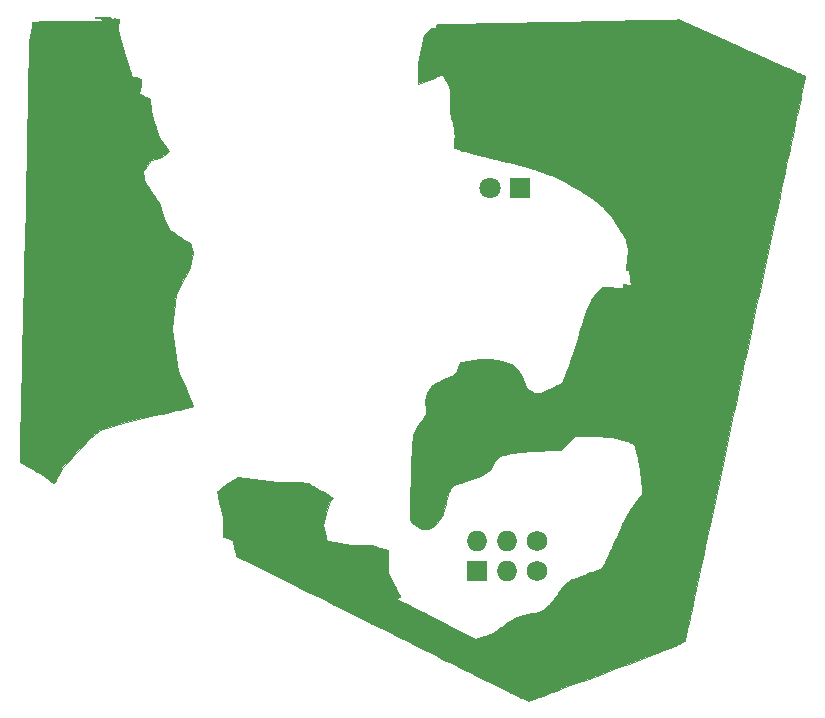
<source format=gtl>
%TF.GenerationSoftware,KiCad,Pcbnew,(6.0.0)*%
%TF.CreationDate,2022-06-30T21:17:56-05:00*%
%TF.ProjectId,DieHardSAO,44696548-6172-4645-9341-4f2e6b696361,rev?*%
%TF.SameCoordinates,Original*%
%TF.FileFunction,Copper,L1,Top*%
%TF.FilePolarity,Positive*%
%FSLAX46Y46*%
G04 Gerber Fmt 4.6, Leading zero omitted, Abs format (unit mm)*
G04 Created by KiCad (PCBNEW (6.0.0)) date 2022-06-30 21:17:56*
%MOMM*%
%LPD*%
G01*
G04 APERTURE LIST*
%TA.AperFunction,EtchedComponent*%
%ADD10C,0.010000*%
%TD*%
%TA.AperFunction,ComponentPad*%
%ADD11C,1.727200*%
%TD*%
%TA.AperFunction,ComponentPad*%
%ADD12O,1.727200X1.727200*%
%TD*%
%TA.AperFunction,ComponentPad*%
%ADD13R,1.727200X1.727200*%
%TD*%
%TA.AperFunction,ComponentPad*%
%ADD14C,1.800000*%
%TD*%
%TA.AperFunction,ComponentPad*%
%ADD15R,1.800000X1.800000*%
%TD*%
G04 APERTURE END LIST*
D10*
%TO.C,G\u002A\u002A\u002A*%
X139864183Y-74353052D02*
X140295068Y-74544871D01*
X140295068Y-74544871D02*
X140719856Y-74733998D01*
X140719856Y-74733998D02*
X141136614Y-74919569D01*
X141136614Y-74919569D02*
X141543410Y-75100725D01*
X141543410Y-75100725D02*
X141938310Y-75276603D01*
X141938310Y-75276603D02*
X142319381Y-75446342D01*
X142319381Y-75446342D02*
X142684690Y-75609080D01*
X142684690Y-75609080D02*
X143032305Y-75763957D01*
X143032305Y-75763957D02*
X143360291Y-75910110D01*
X143360291Y-75910110D02*
X143666716Y-76046678D01*
X143666716Y-76046678D02*
X143949647Y-76172800D01*
X143949647Y-76172800D02*
X144207151Y-76287614D01*
X144207151Y-76287614D02*
X144437295Y-76390259D01*
X144437295Y-76390259D02*
X144638145Y-76479874D01*
X144638145Y-76479874D02*
X144807769Y-76555596D01*
X144807769Y-76555596D02*
X144944233Y-76616565D01*
X144944233Y-76616565D02*
X145045604Y-76661919D01*
X145045604Y-76661919D02*
X145102933Y-76687638D01*
X145102933Y-76687638D02*
X145252083Y-76754686D01*
X145252083Y-76754686D02*
X145394943Y-76818838D01*
X145394943Y-76818838D02*
X145525113Y-76877226D01*
X145525113Y-76877226D02*
X145636189Y-76926979D01*
X145636189Y-76926979D02*
X145721770Y-76965227D01*
X145721770Y-76965227D02*
X145775453Y-76989102D01*
X145775453Y-76989102D02*
X145777091Y-76989825D01*
X145777091Y-76989825D02*
X145900915Y-77044483D01*
X145900915Y-77044483D02*
X145887140Y-77130757D01*
X145887140Y-77130757D02*
X145879107Y-77174132D01*
X145879107Y-77174132D02*
X145862445Y-77257900D01*
X145862445Y-77257900D02*
X145837370Y-77381054D01*
X145837370Y-77381054D02*
X145804094Y-77542588D01*
X145804094Y-77542588D02*
X145762832Y-77741495D01*
X145762832Y-77741495D02*
X145713798Y-77976769D01*
X145713798Y-77976769D02*
X145657207Y-78247402D01*
X145657207Y-78247402D02*
X145593272Y-78552389D01*
X145593272Y-78552389D02*
X145522208Y-78890722D01*
X145522208Y-78890722D02*
X145444228Y-79261396D01*
X145444228Y-79261396D02*
X145359548Y-79663403D01*
X145359548Y-79663403D02*
X145268381Y-80095736D01*
X145268381Y-80095736D02*
X145170941Y-80557390D01*
X145170941Y-80557390D02*
X145067442Y-81047358D01*
X145067442Y-81047358D02*
X144958100Y-81564633D01*
X144958100Y-81564633D02*
X144843127Y-82108208D01*
X144843127Y-82108208D02*
X144722738Y-82677077D01*
X144722738Y-82677077D02*
X144597147Y-83270233D01*
X144597147Y-83270233D02*
X144466568Y-83886670D01*
X144466568Y-83886670D02*
X144331216Y-84525381D01*
X144331216Y-84525381D02*
X144191304Y-85185359D01*
X144191304Y-85185359D02*
X144047048Y-85865598D01*
X144047048Y-85865598D02*
X143898660Y-86565091D01*
X143898660Y-86565091D02*
X143746355Y-87282832D01*
X143746355Y-87282832D02*
X143590348Y-88017814D01*
X143590348Y-88017814D02*
X143430852Y-88769030D01*
X143430852Y-88769030D02*
X143268081Y-89535474D01*
X143268081Y-89535474D02*
X143102250Y-90316139D01*
X143102250Y-90316139D02*
X142933574Y-91110019D01*
X142933574Y-91110019D02*
X142762265Y-91916107D01*
X142762265Y-91916107D02*
X142588538Y-92733396D01*
X142588538Y-92733396D02*
X142412608Y-93560880D01*
X142412608Y-93560880D02*
X142234689Y-94397552D01*
X142234689Y-94397552D02*
X142054994Y-95242405D01*
X142054994Y-95242405D02*
X141873738Y-96094434D01*
X141873738Y-96094434D02*
X141691135Y-96952631D01*
X141691135Y-96952631D02*
X141507400Y-97815989D01*
X141507400Y-97815989D02*
X141322745Y-98683503D01*
X141322745Y-98683503D02*
X141137387Y-99554165D01*
X141137387Y-99554165D02*
X140951537Y-100426969D01*
X140951537Y-100426969D02*
X140765412Y-101300909D01*
X140765412Y-101300909D02*
X140579225Y-102174977D01*
X140579225Y-102174977D02*
X140393190Y-103048167D01*
X140393190Y-103048167D02*
X140207521Y-103919473D01*
X140207521Y-103919473D02*
X140022433Y-104787888D01*
X140022433Y-104787888D02*
X139838140Y-105652405D01*
X139838140Y-105652405D02*
X139654855Y-106512018D01*
X139654855Y-106512018D02*
X139472793Y-107365720D01*
X139472793Y-107365720D02*
X139292169Y-108212504D01*
X139292169Y-108212504D02*
X139113196Y-109051364D01*
X139113196Y-109051364D02*
X138936088Y-109881293D01*
X138936088Y-109881293D02*
X138761060Y-110701285D01*
X138761060Y-110701285D02*
X138588326Y-111510334D01*
X138588326Y-111510334D02*
X138418099Y-112307431D01*
X138418099Y-112307431D02*
X138250595Y-113091572D01*
X138250595Y-113091572D02*
X138086027Y-113861748D01*
X138086027Y-113861748D02*
X137924610Y-114616955D01*
X137924610Y-114616955D02*
X137766557Y-115356184D01*
X137766557Y-115356184D02*
X137612083Y-116078430D01*
X137612083Y-116078430D02*
X137461402Y-116782686D01*
X137461402Y-116782686D02*
X137314728Y-117467944D01*
X137314728Y-117467944D02*
X137172275Y-118133200D01*
X137172275Y-118133200D02*
X137034258Y-118777445D01*
X137034258Y-118777445D02*
X136900890Y-119399674D01*
X136900890Y-119399674D02*
X136772386Y-119998880D01*
X136772386Y-119998880D02*
X136648960Y-120574056D01*
X136648960Y-120574056D02*
X136530826Y-121124196D01*
X136530826Y-121124196D02*
X136418199Y-121648292D01*
X136418199Y-121648292D02*
X136311291Y-122145339D01*
X136311291Y-122145339D02*
X136210318Y-122614330D01*
X136210318Y-122614330D02*
X136200078Y-122661864D01*
X136200078Y-122661864D02*
X136125275Y-123008964D01*
X136125275Y-123008964D02*
X136058827Y-123317031D01*
X136058827Y-123317031D02*
X136000210Y-123588423D01*
X136000210Y-123588423D02*
X135948904Y-123825500D01*
X135948904Y-123825500D02*
X135904384Y-124030619D01*
X135904384Y-124030619D02*
X135866130Y-124206140D01*
X135866130Y-124206140D02*
X135833619Y-124354422D01*
X135833619Y-124354422D02*
X135806329Y-124477823D01*
X135806329Y-124477823D02*
X135783737Y-124578702D01*
X135783737Y-124578702D02*
X135765320Y-124659418D01*
X135765320Y-124659418D02*
X135750558Y-124722329D01*
X135750558Y-124722329D02*
X135738926Y-124769795D01*
X135738926Y-124769795D02*
X135729904Y-124804175D01*
X135729904Y-124804175D02*
X135722969Y-124827826D01*
X135722969Y-124827826D02*
X135717598Y-124843108D01*
X135717598Y-124843108D02*
X135716505Y-124845742D01*
X135716505Y-124845742D02*
X135697690Y-124874395D01*
X135697690Y-124874395D02*
X135662662Y-124905690D01*
X135662662Y-124905690D02*
X135607268Y-124941965D01*
X135607268Y-124941965D02*
X135527356Y-124985559D01*
X135527356Y-124985559D02*
X135418772Y-125038810D01*
X135418772Y-125038810D02*
X135277365Y-125104057D01*
X135277365Y-125104057D02*
X135181070Y-125147251D01*
X135181070Y-125147251D02*
X135026648Y-125215043D01*
X135026648Y-125215043D02*
X134854009Y-125288956D01*
X134854009Y-125288956D02*
X134662044Y-125369415D01*
X134662044Y-125369415D02*
X134449646Y-125456845D01*
X134449646Y-125456845D02*
X134215708Y-125551672D01*
X134215708Y-125551672D02*
X133959121Y-125654321D01*
X133959121Y-125654321D02*
X133678778Y-125765217D01*
X133678778Y-125765217D02*
X133373572Y-125884785D01*
X133373572Y-125884785D02*
X133042394Y-126013451D01*
X133042394Y-126013451D02*
X132684138Y-126151639D01*
X132684138Y-126151639D02*
X132297695Y-126299776D01*
X132297695Y-126299776D02*
X131881958Y-126458285D01*
X131881958Y-126458285D02*
X131435820Y-126627593D01*
X131435820Y-126627593D02*
X130958172Y-126808125D01*
X130958172Y-126808125D02*
X130447907Y-127000305D01*
X130447907Y-127000305D02*
X129903918Y-127204560D01*
X129903918Y-127204560D02*
X129325096Y-127421314D01*
X129325096Y-127421314D02*
X128710334Y-127650992D01*
X128710334Y-127650992D02*
X128058525Y-127894020D01*
X128058525Y-127894020D02*
X127368561Y-128150824D01*
X127368561Y-128150824D02*
X127016017Y-128281888D01*
X127016017Y-128281888D02*
X126505769Y-128471498D01*
X126505769Y-128471498D02*
X126033796Y-128646848D01*
X126033796Y-128646848D02*
X125598703Y-128808453D01*
X125598703Y-128808453D02*
X125199093Y-128956828D01*
X125199093Y-128956828D02*
X124833570Y-129092487D01*
X124833570Y-129092487D02*
X124500737Y-129215946D01*
X124500737Y-129215946D02*
X124199200Y-129327718D01*
X124199200Y-129327718D02*
X123927561Y-129428320D01*
X123927561Y-129428320D02*
X123684424Y-129518265D01*
X123684424Y-129518265D02*
X123468394Y-129598068D01*
X123468394Y-129598068D02*
X123278074Y-129668244D01*
X123278074Y-129668244D02*
X123112068Y-129729308D01*
X123112068Y-129729308D02*
X122968980Y-129781775D01*
X122968980Y-129781775D02*
X122847414Y-129826160D01*
X122847414Y-129826160D02*
X122745974Y-129862976D01*
X122745974Y-129862976D02*
X122663264Y-129892739D01*
X122663264Y-129892739D02*
X122597887Y-129915965D01*
X122597887Y-129915965D02*
X122548447Y-129933166D01*
X122548447Y-129933166D02*
X122513549Y-129944859D01*
X122513549Y-129944859D02*
X122491795Y-129951558D01*
X122491795Y-129951558D02*
X122481791Y-129953778D01*
X122481791Y-129953778D02*
X122481623Y-129953781D01*
X122481623Y-129953781D02*
X122455400Y-129944937D01*
X122455400Y-129944937D02*
X122396919Y-129920155D01*
X122396919Y-129920155D02*
X122311970Y-129882053D01*
X122311970Y-129882053D02*
X122206341Y-129833251D01*
X122206341Y-129833251D02*
X122085823Y-129776370D01*
X122085823Y-129776370D02*
X122020565Y-129745130D01*
X122020565Y-129745130D02*
X121876901Y-129675924D01*
X121876901Y-129675924D02*
X121726097Y-129603064D01*
X121726097Y-129603064D02*
X121567374Y-129526164D01*
X121567374Y-129526164D02*
X121399952Y-129444836D01*
X121399952Y-129444836D02*
X121223052Y-129358694D01*
X121223052Y-129358694D02*
X121035895Y-129267350D01*
X121035895Y-129267350D02*
X120837701Y-129170417D01*
X120837701Y-129170417D02*
X120627690Y-129067508D01*
X120627690Y-129067508D02*
X120405084Y-128958236D01*
X120405084Y-128958236D02*
X120169102Y-128842214D01*
X120169102Y-128842214D02*
X119918965Y-128719055D01*
X119918965Y-128719055D02*
X119653894Y-128588372D01*
X119653894Y-128588372D02*
X119373110Y-128449778D01*
X119373110Y-128449778D02*
X119075832Y-128302886D01*
X119075832Y-128302886D02*
X118761281Y-128147308D01*
X118761281Y-128147308D02*
X118428678Y-127982658D01*
X118428678Y-127982658D02*
X118077243Y-127808548D01*
X118077243Y-127808548D02*
X117706197Y-127624592D01*
X117706197Y-127624592D02*
X117314761Y-127430402D01*
X117314761Y-127430402D02*
X116902154Y-127225592D01*
X116902154Y-127225592D02*
X116467598Y-127009774D01*
X116467598Y-127009774D02*
X116010313Y-126782562D01*
X116010313Y-126782562D02*
X115529519Y-126543567D01*
X115529519Y-126543567D02*
X115024438Y-126292404D01*
X115024438Y-126292404D02*
X114494288Y-126028684D01*
X114494288Y-126028684D02*
X113938292Y-125752022D01*
X113938292Y-125752022D02*
X113355669Y-125462030D01*
X113355669Y-125462030D02*
X112745641Y-125158320D01*
X112745641Y-125158320D02*
X112107427Y-124840506D01*
X112107427Y-124840506D02*
X111440248Y-124508201D01*
X111440248Y-124508201D02*
X110743325Y-124161018D01*
X110743325Y-124161018D02*
X110015878Y-123798570D01*
X110015878Y-123798570D02*
X109257128Y-123420468D01*
X109257128Y-123420468D02*
X108466295Y-123026328D01*
X108466295Y-123026328D02*
X107642600Y-122615761D01*
X107642600Y-122615761D02*
X106785263Y-122188380D01*
X106785263Y-122188380D02*
X105893505Y-121743798D01*
X105893505Y-121743798D02*
X104966546Y-121281629D01*
X104966546Y-121281629D02*
X104003608Y-120801485D01*
X104003608Y-120801485D02*
X103003909Y-120302979D01*
X103003909Y-120302979D02*
X102564494Y-120083853D01*
X102564494Y-120083853D02*
X97745054Y-117680479D01*
X97745054Y-117680479D02*
X97721487Y-117592956D01*
X97721487Y-117592956D02*
X97706231Y-117533709D01*
X97706231Y-117533709D02*
X97684273Y-117444953D01*
X97684273Y-117444953D02*
X97657188Y-117333375D01*
X97657188Y-117333375D02*
X97626552Y-117205666D01*
X97626552Y-117205666D02*
X97593939Y-117068513D01*
X97593939Y-117068513D02*
X97560924Y-116928606D01*
X97560924Y-116928606D02*
X97529083Y-116792634D01*
X97529083Y-116792634D02*
X97499991Y-116667286D01*
X97499991Y-116667286D02*
X97475222Y-116559250D01*
X97475222Y-116559250D02*
X97456353Y-116475217D01*
X97456353Y-116475217D02*
X97444957Y-116421874D01*
X97444957Y-116421874D02*
X97442421Y-116407850D01*
X97442421Y-116407850D02*
X97438963Y-116392056D01*
X97438963Y-116392056D02*
X97430333Y-116377191D01*
X97430333Y-116377191D02*
X97412531Y-116361420D01*
X97412531Y-116361420D02*
X97381557Y-116342913D01*
X97381557Y-116342913D02*
X97333412Y-116319835D01*
X97333412Y-116319835D02*
X97264094Y-116290354D01*
X97264094Y-116290354D02*
X97169605Y-116252636D01*
X97169605Y-116252636D02*
X97045945Y-116204851D01*
X97045945Y-116204851D02*
X96889112Y-116145163D01*
X96889112Y-116145163D02*
X96774142Y-116101633D01*
X96774142Y-116101633D02*
X96620683Y-116043580D01*
X96620683Y-116043580D02*
X96620683Y-114502701D01*
X96620683Y-114502701D02*
X96365693Y-113377659D01*
X96365693Y-113377659D02*
X96317821Y-113165458D01*
X96317821Y-113165458D02*
X96273105Y-112965326D01*
X96273105Y-112965326D02*
X96232377Y-112781126D01*
X96232377Y-112781126D02*
X96196472Y-112616723D01*
X96196472Y-112616723D02*
X96166223Y-112475979D01*
X96166223Y-112475979D02*
X96142464Y-112362758D01*
X96142464Y-112362758D02*
X96126028Y-112280924D01*
X96126028Y-112280924D02*
X96117750Y-112234340D01*
X96117750Y-112234340D02*
X96116984Y-112225109D01*
X96116984Y-112225109D02*
X96134709Y-112204899D01*
X96134709Y-112204899D02*
X96181254Y-112162528D01*
X96181254Y-112162528D02*
X96252049Y-112101856D01*
X96252049Y-112101856D02*
X96342525Y-112026745D01*
X96342525Y-112026745D02*
X96448111Y-111941055D01*
X96448111Y-111941055D02*
X96538958Y-111868612D01*
X96538958Y-111868612D02*
X96673780Y-111762650D01*
X96673780Y-111762650D02*
X96786743Y-111676264D01*
X96786743Y-111676264D02*
X96886780Y-111603578D01*
X96886780Y-111603578D02*
X96982821Y-111538720D01*
X96982821Y-111538720D02*
X97083798Y-111475816D01*
X97083798Y-111475816D02*
X97198645Y-111408991D01*
X97198645Y-111408991D02*
X97336292Y-111332373D01*
X97336292Y-111332373D02*
X97442861Y-111274188D01*
X97442861Y-111274188D02*
X97931073Y-111008752D01*
X97931073Y-111008752D02*
X101266767Y-111414998D01*
X101266767Y-111414998D02*
X102229850Y-111426088D01*
X102229850Y-111426088D02*
X102465988Y-111428993D01*
X102465988Y-111428993D02*
X102664946Y-111431959D01*
X102664946Y-111431959D02*
X102831874Y-111435220D01*
X102831874Y-111435220D02*
X102971926Y-111439010D01*
X102971926Y-111439010D02*
X103090252Y-111443566D01*
X103090252Y-111443566D02*
X103192004Y-111449121D01*
X103192004Y-111449121D02*
X103282336Y-111455910D01*
X103282336Y-111455910D02*
X103366397Y-111464168D01*
X103366397Y-111464168D02*
X103449342Y-111474129D01*
X103449342Y-111474129D02*
X103531970Y-111485409D01*
X103531970Y-111485409D02*
X103871006Y-111533641D01*
X103871006Y-111533641D02*
X104183279Y-111737294D01*
X104183279Y-111737294D02*
X104286403Y-111803486D01*
X104286403Y-111803486D02*
X104378631Y-111860689D01*
X104378631Y-111860689D02*
X104453628Y-111905131D01*
X104453628Y-111905131D02*
X104505055Y-111933040D01*
X104505055Y-111933040D02*
X104525403Y-111940947D01*
X104525403Y-111940947D02*
X104547389Y-111951348D01*
X104547389Y-111951348D02*
X104600760Y-111980615D01*
X104600760Y-111980615D02*
X104680591Y-112025848D01*
X104680591Y-112025848D02*
X104781960Y-112084146D01*
X104781960Y-112084146D02*
X104899943Y-112152606D01*
X104899943Y-112152606D02*
X105029616Y-112228330D01*
X105029616Y-112228330D02*
X105166057Y-112308414D01*
X105166057Y-112308414D02*
X105304340Y-112389958D01*
X105304340Y-112389958D02*
X105439543Y-112470061D01*
X105439543Y-112470061D02*
X105566743Y-112545821D01*
X105566743Y-112545821D02*
X105681016Y-112614338D01*
X105681016Y-112614338D02*
X105777437Y-112672711D01*
X105777437Y-112672711D02*
X105851085Y-112718037D01*
X105851085Y-112718037D02*
X105897035Y-112747417D01*
X105897035Y-112747417D02*
X105909889Y-112756749D01*
X105909889Y-112756749D02*
X105900188Y-112774371D01*
X105900188Y-112774371D02*
X105867575Y-112814293D01*
X105867575Y-112814293D02*
X105818682Y-112868489D01*
X105818682Y-112868489D02*
X105809124Y-112878656D01*
X105809124Y-112878656D02*
X105700737Y-112993259D01*
X105700737Y-112993259D02*
X105381336Y-114010203D01*
X105381336Y-114010203D02*
X105061934Y-115027146D01*
X105061934Y-115027146D02*
X105235281Y-115701255D01*
X105235281Y-115701255D02*
X105277086Y-115863253D01*
X105277086Y-115863253D02*
X105315674Y-116011683D01*
X105315674Y-116011683D02*
X105349759Y-116141692D01*
X105349759Y-116141692D02*
X105378057Y-116248424D01*
X105378057Y-116248424D02*
X105399285Y-116327024D01*
X105399285Y-116327024D02*
X105412158Y-116372637D01*
X105412158Y-116372637D02*
X105415443Y-116382304D01*
X105415443Y-116382304D02*
X105436984Y-116387279D01*
X105436984Y-116387279D02*
X105496246Y-116398944D01*
X105496246Y-116398944D02*
X105589271Y-116416567D01*
X105589271Y-116416567D02*
X105712101Y-116439418D01*
X105712101Y-116439418D02*
X105860778Y-116466766D01*
X105860778Y-116466766D02*
X106031346Y-116497881D01*
X106031346Y-116497881D02*
X106219847Y-116532032D01*
X106219847Y-116532032D02*
X106422322Y-116568488D01*
X106422322Y-116568488D02*
X106475881Y-116578095D01*
X106475881Y-116578095D02*
X107529505Y-116766947D01*
X107529505Y-116766947D02*
X109279624Y-116766947D01*
X109279624Y-116766947D02*
X109934860Y-116994489D01*
X109934860Y-116994489D02*
X110590095Y-117222031D01*
X110590095Y-117222031D02*
X110590683Y-119031215D01*
X110590683Y-119031215D02*
X110876567Y-119646679D01*
X110876567Y-119646679D02*
X110952833Y-119809219D01*
X110952833Y-119809219D02*
X111029751Y-119970154D01*
X111029751Y-119970154D02*
X111103893Y-120122525D01*
X111103893Y-120122525D02*
X111171830Y-120259374D01*
X111171830Y-120259374D02*
X111230135Y-120373745D01*
X111230135Y-120373745D02*
X111275377Y-120458679D01*
X111275377Y-120458679D02*
X111286105Y-120477753D01*
X111286105Y-120477753D02*
X111393262Y-120666555D01*
X111393262Y-120666555D02*
X111478165Y-120820517D01*
X111478165Y-120820517D02*
X111541271Y-120940527D01*
X111541271Y-120940527D02*
X111583038Y-121027470D01*
X111583038Y-121027470D02*
X111603923Y-121082232D01*
X111603923Y-121082232D02*
X111606683Y-121098328D01*
X111606683Y-121098328D02*
X111594130Y-121126416D01*
X111594130Y-121126416D02*
X111553181Y-121159754D01*
X111553181Y-121159754D02*
X111478907Y-121202018D01*
X111478907Y-121202018D02*
X111444032Y-121219646D01*
X111444032Y-121219646D02*
X111281381Y-121300128D01*
X111281381Y-121300128D02*
X111957324Y-121643627D01*
X111957324Y-121643627D02*
X112058685Y-121695155D01*
X112058685Y-121695155D02*
X112194873Y-121764418D01*
X112194873Y-121764418D02*
X112362990Y-121849940D01*
X112362990Y-121849940D02*
X112560138Y-121950247D01*
X112560138Y-121950247D02*
X112783420Y-122063864D01*
X112783420Y-122063864D02*
X113029938Y-122189316D01*
X113029938Y-122189316D02*
X113296795Y-122325129D01*
X113296795Y-122325129D02*
X113581092Y-122469827D01*
X113581092Y-122469827D02*
X113879933Y-122621937D01*
X113879933Y-122621937D02*
X114190419Y-122779983D01*
X114190419Y-122779983D02*
X114509654Y-122942491D01*
X114509654Y-122942491D02*
X114834738Y-123107986D01*
X114834738Y-123107986D02*
X115162775Y-123274993D01*
X115162775Y-123274993D02*
X115307411Y-123348631D01*
X115307411Y-123348631D02*
X117981555Y-124710137D01*
X117981555Y-124710137D02*
X118503898Y-124561766D01*
X118503898Y-124561766D02*
X118714455Y-124499846D01*
X118714455Y-124499846D02*
X118906937Y-124439062D01*
X118906937Y-124439062D02*
X119074663Y-124381653D01*
X119074663Y-124381653D02*
X119210951Y-124329854D01*
X119210951Y-124329854D02*
X119264020Y-124307293D01*
X119264020Y-124307293D02*
X119478511Y-124199086D01*
X119478511Y-124199086D02*
X119708820Y-124059795D01*
X119708820Y-124059795D02*
X119947951Y-123893995D01*
X119947951Y-123893995D02*
X120188908Y-123706264D01*
X120188908Y-123706264D02*
X120210933Y-123688042D01*
X120210933Y-123688042D02*
X120580150Y-123405678D01*
X120580150Y-123405678D02*
X120962966Y-123160842D01*
X120962966Y-123160842D02*
X121357141Y-122954745D01*
X121357141Y-122954745D02*
X121760434Y-122788598D01*
X121760434Y-122788598D02*
X122042922Y-122697862D01*
X122042922Y-122697862D02*
X122160509Y-122664757D01*
X122160509Y-122664757D02*
X122258120Y-122638515D01*
X122258120Y-122638515D02*
X122346434Y-122616766D01*
X122346434Y-122616766D02*
X122436129Y-122597145D01*
X122436129Y-122597145D02*
X122537882Y-122577284D01*
X122537882Y-122577284D02*
X122662372Y-122554815D01*
X122662372Y-122554815D02*
X122782683Y-122533860D01*
X122782683Y-122533860D02*
X123060382Y-122478149D01*
X123060382Y-122478149D02*
X123303758Y-122411395D01*
X123303758Y-122411395D02*
X123520160Y-122330021D01*
X123520160Y-122330021D02*
X123716934Y-122230449D01*
X123716934Y-122230449D02*
X123901429Y-122109101D01*
X123901429Y-122109101D02*
X124080993Y-121962400D01*
X124080993Y-121962400D02*
X124213011Y-121837413D01*
X124213011Y-121837413D02*
X124317577Y-121727956D01*
X124317577Y-121727956D02*
X124426117Y-121603383D01*
X124426117Y-121603383D02*
X124541740Y-121459644D01*
X124541740Y-121459644D02*
X124667557Y-121292686D01*
X124667557Y-121292686D02*
X124806680Y-121098458D01*
X124806680Y-121098458D02*
X124962218Y-120872909D01*
X124962218Y-120872909D02*
X125026568Y-120777706D01*
X125026568Y-120777706D02*
X125129247Y-120627615D01*
X125129247Y-120627615D02*
X125229716Y-120485474D01*
X125229716Y-120485474D02*
X125323445Y-120357412D01*
X125323445Y-120357412D02*
X125405903Y-120249556D01*
X125405903Y-120249556D02*
X125472557Y-120168034D01*
X125472557Y-120168034D02*
X125499937Y-120137589D01*
X125499937Y-120137589D02*
X125571852Y-120065442D01*
X125571852Y-120065442D02*
X125647444Y-119997685D01*
X125647444Y-119997685D02*
X125729643Y-119932935D01*
X125729643Y-119932935D02*
X125821381Y-119869813D01*
X125821381Y-119869813D02*
X125925591Y-119806936D01*
X125925591Y-119806936D02*
X126045204Y-119742923D01*
X126045204Y-119742923D02*
X126183152Y-119676393D01*
X126183152Y-119676393D02*
X126342366Y-119605965D01*
X126342366Y-119605965D02*
X126525778Y-119530257D01*
X126525778Y-119530257D02*
X126736320Y-119447887D01*
X126736320Y-119447887D02*
X126976925Y-119357476D01*
X126976925Y-119357476D02*
X127250523Y-119257640D01*
X127250523Y-119257640D02*
X127560046Y-119146999D01*
X127560046Y-119146999D02*
X127729639Y-119087039D01*
X127729639Y-119087039D02*
X127930442Y-119016157D01*
X127930442Y-119016157D02*
X128095494Y-118957481D01*
X128095494Y-118957481D02*
X128228993Y-118909219D01*
X128228993Y-118909219D02*
X128335140Y-118869578D01*
X128335140Y-118869578D02*
X128418134Y-118836764D01*
X128418134Y-118836764D02*
X128482176Y-118808985D01*
X128482176Y-118808985D02*
X128531465Y-118784448D01*
X128531465Y-118784448D02*
X128570200Y-118761360D01*
X128570200Y-118761360D02*
X128602582Y-118737929D01*
X128602582Y-118737929D02*
X128632811Y-118712361D01*
X128632811Y-118712361D02*
X128655325Y-118691875D01*
X128655325Y-118691875D02*
X128698443Y-118649490D01*
X128698443Y-118649490D02*
X128741308Y-118601182D01*
X128741308Y-118601182D02*
X128785141Y-118544514D01*
X128785141Y-118544514D02*
X128831163Y-118477049D01*
X128831163Y-118477049D02*
X128880594Y-118396350D01*
X128880594Y-118396350D02*
X128934656Y-118299982D01*
X128934656Y-118299982D02*
X128994569Y-118185506D01*
X128994569Y-118185506D02*
X129061553Y-118050486D01*
X129061553Y-118050486D02*
X129136829Y-117892485D01*
X129136829Y-117892485D02*
X129221618Y-117709067D01*
X129221618Y-117709067D02*
X129317141Y-117497795D01*
X129317141Y-117497795D02*
X129424617Y-117256232D01*
X129424617Y-117256232D02*
X129545269Y-116981941D01*
X129545269Y-116981941D02*
X129680316Y-116672486D01*
X129680316Y-116672486D02*
X129768027Y-116470614D01*
X129768027Y-116470614D02*
X129953674Y-116046724D01*
X129953674Y-116046724D02*
X130126712Y-115660055D01*
X130126712Y-115660055D02*
X130288513Y-115307869D01*
X130288513Y-115307869D02*
X130440448Y-114987428D01*
X130440448Y-114987428D02*
X130583889Y-114695994D01*
X130583889Y-114695994D02*
X130720209Y-114430830D01*
X130720209Y-114430830D02*
X130850779Y-114189198D01*
X130850779Y-114189198D02*
X130976971Y-113968362D01*
X130976971Y-113968362D02*
X131100158Y-113765582D01*
X131100158Y-113765582D02*
X131205416Y-113602531D01*
X131205416Y-113602531D02*
X131256437Y-113528885D01*
X131256437Y-113528885D02*
X131328728Y-113428923D01*
X131328728Y-113428923D02*
X131417196Y-113309458D01*
X131417196Y-113309458D02*
X131516753Y-113177300D01*
X131516753Y-113177300D02*
X131622310Y-113039261D01*
X131622310Y-113039261D02*
X131728672Y-112902284D01*
X131728672Y-112902284D02*
X132111256Y-112413703D01*
X132111256Y-112413703D02*
X132062341Y-111760258D01*
X132062341Y-111760258D02*
X132039346Y-111465679D01*
X132039346Y-111465679D02*
X132016605Y-111204384D01*
X132016605Y-111204384D02*
X131992912Y-110967351D01*
X131992912Y-110967351D02*
X131967065Y-110745556D01*
X131967065Y-110745556D02*
X131937860Y-110529975D01*
X131937860Y-110529975D02*
X131904093Y-110311585D01*
X131904093Y-110311585D02*
X131864561Y-110081363D01*
X131864561Y-110081363D02*
X131818059Y-109830285D01*
X131818059Y-109830285D02*
X131775872Y-109612614D01*
X131775872Y-109612614D02*
X131722434Y-109350754D01*
X131722434Y-109350754D02*
X131668754Y-109106573D01*
X131668754Y-109106573D02*
X131615729Y-108883290D01*
X131615729Y-108883290D02*
X131564252Y-108684125D01*
X131564252Y-108684125D02*
X131515220Y-108512300D01*
X131515220Y-108512300D02*
X131469526Y-108371034D01*
X131469526Y-108371034D02*
X131428065Y-108263548D01*
X131428065Y-108263548D02*
X131391733Y-108193062D01*
X131391733Y-108193062D02*
X131375724Y-108172655D01*
X131375724Y-108172655D02*
X131340393Y-108151569D01*
X131340393Y-108151569D02*
X131269213Y-108120937D01*
X131269213Y-108120937D02*
X131167153Y-108082447D01*
X131167153Y-108082447D02*
X131039179Y-108037785D01*
X131039179Y-108037785D02*
X130890260Y-107988637D01*
X130890260Y-107988637D02*
X130725363Y-107936691D01*
X130725363Y-107936691D02*
X130549457Y-107883632D01*
X130549457Y-107883632D02*
X130381517Y-107835101D01*
X130381517Y-107835101D02*
X130175767Y-107779354D01*
X130175767Y-107779354D02*
X129975890Y-107730659D01*
X129975890Y-107730659D02*
X129777524Y-107688594D01*
X129777524Y-107688594D02*
X129576309Y-107652736D01*
X129576309Y-107652736D02*
X129367881Y-107622660D01*
X129367881Y-107622660D02*
X129147881Y-107597944D01*
X129147881Y-107597944D02*
X128911946Y-107578163D01*
X128911946Y-107578163D02*
X128655714Y-107562896D01*
X128655714Y-107562896D02*
X128374825Y-107551718D01*
X128374825Y-107551718D02*
X128064917Y-107544207D01*
X128064917Y-107544207D02*
X127721627Y-107539938D01*
X127721627Y-107539938D02*
X127340596Y-107538488D01*
X127340596Y-107538488D02*
X127325617Y-107538483D01*
X127325617Y-107538483D02*
X126439301Y-107538281D01*
X126439301Y-107538281D02*
X125268771Y-108677027D01*
X125268771Y-108677027D02*
X124062769Y-108742998D01*
X124062769Y-108742998D02*
X123663836Y-108765069D01*
X123663836Y-108765069D02*
X123304214Y-108785534D01*
X123304214Y-108785534D02*
X122980922Y-108804634D01*
X122980922Y-108804634D02*
X122690978Y-108822606D01*
X122690978Y-108822606D02*
X122431399Y-108839689D01*
X122431399Y-108839689D02*
X122199205Y-108856123D01*
X122199205Y-108856123D02*
X121991414Y-108872145D01*
X121991414Y-108872145D02*
X121805043Y-108887995D01*
X121805043Y-108887995D02*
X121637111Y-108903911D01*
X121637111Y-108903911D02*
X121484637Y-108920132D01*
X121484637Y-108920132D02*
X121344638Y-108936897D01*
X121344638Y-108936897D02*
X121214132Y-108954444D01*
X121214132Y-108954444D02*
X121090138Y-108973013D01*
X121090138Y-108973013D02*
X120994100Y-108988683D01*
X120994100Y-108988683D02*
X120721996Y-109041043D01*
X120721996Y-109041043D02*
X120487208Y-109100658D01*
X120487208Y-109100658D02*
X120285063Y-109169393D01*
X120285063Y-109169393D02*
X120110888Y-109249111D01*
X120110888Y-109249111D02*
X119960010Y-109341676D01*
X119960010Y-109341676D02*
X119827757Y-109448952D01*
X119827757Y-109448952D02*
X119818584Y-109457524D01*
X119818584Y-109457524D02*
X119742481Y-109533682D01*
X119742481Y-109533682D02*
X119674094Y-109613027D01*
X119674094Y-109613027D02*
X119608535Y-109702774D01*
X119608535Y-109702774D02*
X119540913Y-109810138D01*
X119540913Y-109810138D02*
X119466339Y-109942335D01*
X119466339Y-109942335D02*
X119383715Y-110099214D01*
X119383715Y-110099214D02*
X119290583Y-110266578D01*
X119290583Y-110266578D02*
X119197687Y-110401081D01*
X119197687Y-110401081D02*
X119096331Y-110511240D01*
X119096331Y-110511240D02*
X118977819Y-110605573D01*
X118977819Y-110605573D02*
X118833454Y-110692599D01*
X118833454Y-110692599D02*
X118718498Y-110750789D01*
X118718498Y-110750789D02*
X118568033Y-110819475D01*
X118568033Y-110819475D02*
X118384098Y-110897614D01*
X118384098Y-110897614D02*
X118173792Y-110982569D01*
X118173792Y-110982569D02*
X117944217Y-111071701D01*
X117944217Y-111071701D02*
X117702472Y-111162372D01*
X117702472Y-111162372D02*
X117455655Y-111251941D01*
X117455655Y-111251941D02*
X117210868Y-111337772D01*
X117210868Y-111337772D02*
X116975209Y-111417224D01*
X116975209Y-111417224D02*
X116755779Y-111487660D01*
X116755779Y-111487660D02*
X116644493Y-111521627D01*
X116644493Y-111521627D02*
X116467767Y-111578016D01*
X116467767Y-111578016D02*
X116325933Y-111632246D01*
X116325933Y-111632246D02*
X116211946Y-111687935D01*
X116211946Y-111687935D02*
X116118759Y-111748706D01*
X116118759Y-111748706D02*
X116039327Y-111818178D01*
X116039327Y-111818178D02*
X116012296Y-111846504D01*
X116012296Y-111846504D02*
X115946277Y-111925772D01*
X115946277Y-111925772D02*
X115885223Y-112015190D01*
X115885223Y-112015190D02*
X115827637Y-112118671D01*
X115827637Y-112118671D02*
X115772022Y-112240130D01*
X115772022Y-112240130D02*
X115716881Y-112383479D01*
X115716881Y-112383479D02*
X115660717Y-112552632D01*
X115660717Y-112552632D02*
X115602034Y-112751502D01*
X115602034Y-112751502D02*
X115539334Y-112984002D01*
X115539334Y-112984002D02*
X115471122Y-113254046D01*
X115471122Y-113254046D02*
X115466104Y-113274447D01*
X115466104Y-113274447D02*
X115400439Y-113532839D01*
X115400439Y-113532839D02*
X115338595Y-113755272D01*
X115338595Y-113755272D02*
X115278226Y-113947668D01*
X115278226Y-113947668D02*
X115216985Y-114115950D01*
X115216985Y-114115950D02*
X115152527Y-114266040D01*
X115152527Y-114266040D02*
X115082507Y-114403860D01*
X115082507Y-114403860D02*
X115004579Y-114535334D01*
X115004579Y-114535334D02*
X114916396Y-114666383D01*
X114916396Y-114666383D02*
X114912803Y-114671447D01*
X114912803Y-114671447D02*
X114745682Y-114879650D01*
X114745682Y-114879650D02*
X114564581Y-115055662D01*
X114564581Y-115055662D02*
X114372567Y-115197976D01*
X114372567Y-115197976D02*
X114172711Y-115305088D01*
X114172711Y-115305088D02*
X113968082Y-115375491D01*
X113968082Y-115375491D02*
X113761750Y-115407681D01*
X113761750Y-115407681D02*
X113556783Y-115400151D01*
X113556783Y-115400151D02*
X113462750Y-115382688D01*
X113462750Y-115382688D02*
X113343913Y-115350335D01*
X113343913Y-115350335D02*
X113235841Y-115309946D01*
X113235841Y-115309946D02*
X113132018Y-115257355D01*
X113132018Y-115257355D02*
X113025927Y-115188402D01*
X113025927Y-115188402D02*
X112911052Y-115098923D01*
X112911052Y-115098923D02*
X112780876Y-114984756D01*
X112780876Y-114984756D02*
X112654687Y-114866492D01*
X112654687Y-114866492D02*
X112427045Y-114648787D01*
X112427045Y-114648787D02*
X112472532Y-112792159D01*
X112472532Y-112792159D02*
X112487829Y-112185808D01*
X112487829Y-112185808D02*
X112503014Y-111620757D01*
X112503014Y-111620757D02*
X112518141Y-111095973D01*
X112518141Y-111095973D02*
X112533260Y-110610423D01*
X112533260Y-110610423D02*
X112548424Y-110163075D01*
X112548424Y-110163075D02*
X112563684Y-109752896D01*
X112563684Y-109752896D02*
X112579093Y-109378851D01*
X112579093Y-109378851D02*
X112594702Y-109039910D01*
X112594702Y-109039910D02*
X112610564Y-108735038D01*
X112610564Y-108735038D02*
X112626731Y-108463203D01*
X112626731Y-108463203D02*
X112643254Y-108223371D01*
X112643254Y-108223371D02*
X112660186Y-108014511D01*
X112660186Y-108014511D02*
X112677578Y-107835588D01*
X112677578Y-107835588D02*
X112695482Y-107685571D01*
X112695482Y-107685571D02*
X112713950Y-107563426D01*
X112713950Y-107563426D02*
X112733035Y-107468120D01*
X112733035Y-107468120D02*
X112742193Y-107432447D01*
X112742193Y-107432447D02*
X112789115Y-107300408D01*
X112789115Y-107300408D02*
X112862991Y-107140321D01*
X112862991Y-107140321D02*
X112962035Y-106955223D01*
X112962035Y-106955223D02*
X113084464Y-106748150D01*
X113084464Y-106748150D02*
X113228493Y-106522138D01*
X113228493Y-106522138D02*
X113392338Y-106280226D01*
X113392338Y-106280226D02*
X113547079Y-106062678D01*
X113547079Y-106062678D02*
X113656447Y-105907043D01*
X113656447Y-105907043D02*
X113739222Y-105774126D01*
X113739222Y-105774126D02*
X113797447Y-105655467D01*
X113797447Y-105655467D02*
X113833162Y-105542605D01*
X113833162Y-105542605D02*
X113848411Y-105427079D01*
X113848411Y-105427079D02*
X113845235Y-105300427D01*
X113845235Y-105300427D02*
X113825676Y-105154190D01*
X113825676Y-105154190D02*
X113799488Y-105016841D01*
X113799488Y-105016841D02*
X113763801Y-104816797D01*
X113763801Y-104816797D02*
X113746955Y-104643087D01*
X113746955Y-104643087D02*
X113750010Y-104483628D01*
X113750010Y-104483628D02*
X113774026Y-104326336D01*
X113774026Y-104326336D02*
X113820063Y-104159128D01*
X113820063Y-104159128D02*
X113889181Y-103969920D01*
X113889181Y-103969920D02*
X113891936Y-103962989D01*
X113891936Y-103962989D02*
X113975622Y-103761352D01*
X113975622Y-103761352D02*
X114053426Y-103595135D01*
X114053426Y-103595135D02*
X114129871Y-103458725D01*
X114129871Y-103458725D02*
X114209478Y-103346507D01*
X114209478Y-103346507D02*
X114296767Y-103252866D01*
X114296767Y-103252866D02*
X114396262Y-103172187D01*
X114396262Y-103172187D02*
X114512482Y-103098857D01*
X114512482Y-103098857D02*
X114642612Y-103030832D01*
X114642612Y-103030832D02*
X114747077Y-102981717D01*
X114747077Y-102981717D02*
X114878989Y-102922546D01*
X114878989Y-102922546D02*
X115026321Y-102858554D01*
X115026321Y-102858554D02*
X115177044Y-102794976D01*
X115177044Y-102794976D02*
X115300267Y-102744598D01*
X115300267Y-102744598D02*
X115533837Y-102649036D01*
X115533837Y-102649036D02*
X115730742Y-102564221D01*
X115730742Y-102564221D02*
X115894639Y-102488007D01*
X115894639Y-102488007D02*
X116029185Y-102418248D01*
X116029185Y-102418248D02*
X116138036Y-102352799D01*
X116138036Y-102352799D02*
X116224850Y-102289513D01*
X116224850Y-102289513D02*
X116293285Y-102226246D01*
X116293285Y-102226246D02*
X116346996Y-102160852D01*
X116346996Y-102160852D02*
X116378040Y-102112229D01*
X116378040Y-102112229D02*
X116401240Y-102063254D01*
X116401240Y-102063254D02*
X116433930Y-101982493D01*
X116433930Y-101982493D02*
X116472872Y-101878532D01*
X116472872Y-101878532D02*
X116514830Y-101759959D01*
X116514830Y-101759959D02*
X116548295Y-101660645D01*
X116548295Y-101660645D02*
X116591391Y-101530872D01*
X116591391Y-101530872D02*
X116624340Y-101435817D01*
X116624340Y-101435817D02*
X116649792Y-101369845D01*
X116649792Y-101369845D02*
X116670398Y-101327321D01*
X116670398Y-101327321D02*
X116688808Y-101302609D01*
X116688808Y-101302609D02*
X116707673Y-101290076D01*
X116707673Y-101290076D02*
X116724981Y-101285008D01*
X116724981Y-101285008D02*
X116793815Y-101271541D01*
X116793815Y-101271541D02*
X116897616Y-101252452D01*
X116897616Y-101252452D02*
X117029566Y-101228900D01*
X117029566Y-101228900D02*
X117182845Y-101202044D01*
X117182845Y-101202044D02*
X117350633Y-101173040D01*
X117350633Y-101173040D02*
X117526111Y-101143047D01*
X117526111Y-101143047D02*
X117702461Y-101113224D01*
X117702461Y-101113224D02*
X117872862Y-101084729D01*
X117872862Y-101084729D02*
X118030495Y-101058719D01*
X118030495Y-101058719D02*
X118168541Y-101036353D01*
X118168541Y-101036353D02*
X118280181Y-101018789D01*
X118280181Y-101018789D02*
X118358595Y-101007186D01*
X118358595Y-101007186D02*
X118369433Y-101005717D01*
X118369433Y-101005717D02*
X118535325Y-100987379D01*
X118535325Y-100987379D02*
X118696780Y-100977768D01*
X118696780Y-100977768D02*
X118859784Y-100977455D01*
X118859784Y-100977455D02*
X119030321Y-100987012D01*
X119030321Y-100987012D02*
X119214378Y-101007011D01*
X119214378Y-101007011D02*
X119417941Y-101038024D01*
X119417941Y-101038024D02*
X119646995Y-101080622D01*
X119646995Y-101080622D02*
X119907526Y-101135378D01*
X119907526Y-101135378D02*
X120043148Y-101165611D01*
X120043148Y-101165611D02*
X120284911Y-101221736D01*
X120284911Y-101221736D02*
X120490018Y-101273169D01*
X120490018Y-101273169D02*
X120663573Y-101322161D01*
X120663573Y-101322161D02*
X120810681Y-101370963D01*
X120810681Y-101370963D02*
X120936445Y-101421823D01*
X120936445Y-101421823D02*
X121045971Y-101476993D01*
X121045971Y-101476993D02*
X121144362Y-101538723D01*
X121144362Y-101538723D02*
X121236723Y-101609263D01*
X121236723Y-101609263D02*
X121328157Y-101690862D01*
X121328157Y-101690862D02*
X121403970Y-101765518D01*
X121403970Y-101765518D02*
X121594571Y-101982605D01*
X121594571Y-101982605D02*
X121769458Y-102227618D01*
X121769458Y-102227618D02*
X121922083Y-102489611D01*
X121922083Y-102489611D02*
X122045899Y-102757636D01*
X122045899Y-102757636D02*
X122115764Y-102955527D01*
X122115764Y-102955527D02*
X122191492Y-103168991D01*
X122191492Y-103168991D02*
X122281266Y-103347600D01*
X122281266Y-103347600D02*
X122390782Y-103498002D01*
X122390782Y-103498002D02*
X122525734Y-103626844D01*
X122525734Y-103626844D02*
X122691818Y-103740772D01*
X122691818Y-103740772D02*
X122868544Y-103834114D01*
X122868544Y-103834114D02*
X122963696Y-103878108D01*
X122963696Y-103878108D02*
X123034364Y-103905936D01*
X123034364Y-103905936D02*
X123093557Y-103921089D01*
X123093557Y-103921089D02*
X123154282Y-103927058D01*
X123154282Y-103927058D02*
X123216600Y-103927520D01*
X123216600Y-103927520D02*
X123274472Y-103925229D01*
X123274472Y-103925229D02*
X123333165Y-103918939D01*
X123333165Y-103918939D02*
X123395960Y-103907346D01*
X123395960Y-103907346D02*
X123466135Y-103889142D01*
X123466135Y-103889142D02*
X123546970Y-103863020D01*
X123546970Y-103863020D02*
X123641746Y-103827674D01*
X123641746Y-103827674D02*
X123753743Y-103781796D01*
X123753743Y-103781796D02*
X123886238Y-103724081D01*
X123886238Y-103724081D02*
X124042514Y-103653220D01*
X124042514Y-103653220D02*
X124225849Y-103567908D01*
X124225849Y-103567908D02*
X124439523Y-103466838D01*
X124439523Y-103466838D02*
X124686816Y-103348702D01*
X124686816Y-103348702D02*
X124772636Y-103307537D01*
X124772636Y-103307537D02*
X125355005Y-103027988D01*
X125355005Y-103027988D02*
X125595523Y-102420343D01*
X125595523Y-102420343D02*
X125687871Y-102180589D01*
X125687871Y-102180589D02*
X125789209Y-101905828D01*
X125789209Y-101905828D02*
X125897561Y-101601942D01*
X125897561Y-101601942D02*
X126010955Y-101274813D01*
X126010955Y-101274813D02*
X126127414Y-100930321D01*
X126127414Y-100930321D02*
X126244964Y-100574348D01*
X126244964Y-100574348D02*
X126361632Y-100212777D01*
X126361632Y-100212777D02*
X126475442Y-99851489D01*
X126475442Y-99851489D02*
X126584419Y-99496365D01*
X126584419Y-99496365D02*
X126645130Y-99293864D01*
X126645130Y-99293864D02*
X126773647Y-98863452D01*
X126773647Y-98863452D02*
X126892251Y-98471496D01*
X126892251Y-98471496D02*
X127001893Y-98115538D01*
X127001893Y-98115538D02*
X127103522Y-97793119D01*
X127103522Y-97793119D02*
X127198089Y-97501778D01*
X127198089Y-97501778D02*
X127286543Y-97239057D01*
X127286543Y-97239057D02*
X127369833Y-97002496D01*
X127369833Y-97002496D02*
X127448911Y-96789635D01*
X127448911Y-96789635D02*
X127524724Y-96598017D01*
X127524724Y-96598017D02*
X127598224Y-96425180D01*
X127598224Y-96425180D02*
X127670359Y-96268667D01*
X127670359Y-96268667D02*
X127742080Y-96126017D01*
X127742080Y-96126017D02*
X127814336Y-95994772D01*
X127814336Y-95994772D02*
X127888077Y-95872471D01*
X127888077Y-95872471D02*
X127964254Y-95756656D01*
X127964254Y-95756656D02*
X128043814Y-95644867D01*
X128043814Y-95644867D02*
X128065660Y-95615508D01*
X128065660Y-95615508D02*
X128146487Y-95515330D01*
X128146487Y-95515330D02*
X128244021Y-95406240D01*
X128244021Y-95406240D02*
X128351527Y-95294680D01*
X128351527Y-95294680D02*
X128462269Y-95187096D01*
X128462269Y-95187096D02*
X128569511Y-95089932D01*
X128569511Y-95089932D02*
X128666516Y-95009630D01*
X128666516Y-95009630D02*
X128746550Y-94952635D01*
X128746550Y-94952635D02*
X128776051Y-94935900D01*
X128776051Y-94935900D02*
X128842769Y-94908490D01*
X128842769Y-94908490D02*
X128917601Y-94890592D01*
X128917601Y-94890592D02*
X129006097Y-94882262D01*
X129006097Y-94882262D02*
X129113806Y-94883557D01*
X129113806Y-94883557D02*
X129246278Y-94894532D01*
X129246278Y-94894532D02*
X129409062Y-94915244D01*
X129409062Y-94915244D02*
X129598350Y-94944235D01*
X129598350Y-94944235D02*
X129742082Y-94966148D01*
X129742082Y-94966148D02*
X129890224Y-94986469D01*
X129890224Y-94986469D02*
X130030326Y-95003642D01*
X130030326Y-95003642D02*
X130149941Y-95016115D01*
X130149941Y-95016115D02*
X130215066Y-95021231D01*
X130215066Y-95021231D02*
X130316647Y-95027909D01*
X130316647Y-95027909D02*
X130384267Y-95029068D01*
X130384267Y-95029068D02*
X130426296Y-95018619D01*
X130426296Y-95018619D02*
X130451104Y-94990471D01*
X130451104Y-94990471D02*
X130467058Y-94938533D01*
X130467058Y-94938533D02*
X130482529Y-94856716D01*
X130482529Y-94856716D02*
X130488999Y-94821890D01*
X130488999Y-94821890D02*
X130504490Y-94751575D01*
X130504490Y-94751575D02*
X130519914Y-94699680D01*
X130519914Y-94699680D02*
X130530822Y-94678827D01*
X130530822Y-94678827D02*
X130556662Y-94678186D01*
X130556662Y-94678186D02*
X130616334Y-94683425D01*
X130616334Y-94683425D02*
X130701879Y-94693653D01*
X130701879Y-94693653D02*
X130805338Y-94707981D01*
X130805338Y-94707981D02*
X130846026Y-94714061D01*
X130846026Y-94714061D02*
X130953559Y-94729523D01*
X130953559Y-94729523D02*
X131045619Y-94741021D01*
X131045619Y-94741021D02*
X131114405Y-94747715D01*
X131114405Y-94747715D02*
X131152118Y-94748763D01*
X131152118Y-94748763D02*
X131156648Y-94747538D01*
X131156648Y-94747538D02*
X131156335Y-94724416D01*
X131156335Y-94724416D02*
X131149631Y-94664823D01*
X131149631Y-94664823D02*
X131137294Y-94574012D01*
X131137294Y-94574012D02*
X131120081Y-94457237D01*
X131120081Y-94457237D02*
X131098748Y-94319753D01*
X131098748Y-94319753D02*
X131074054Y-94166812D01*
X131074054Y-94166812D02*
X131065465Y-94114861D01*
X131065465Y-94114861D02*
X130962270Y-93494197D01*
X130962270Y-93494197D02*
X130839786Y-93487806D01*
X130839786Y-93487806D02*
X130771315Y-93483294D01*
X130771315Y-93483294D02*
X130735994Y-93475451D01*
X130735994Y-93475451D02*
X130724683Y-93459032D01*
X130724683Y-93459032D02*
X130728244Y-93428790D01*
X130728244Y-93428790D02*
X130729170Y-93424306D01*
X130729170Y-93424306D02*
X130755443Y-93281169D01*
X130755443Y-93281169D02*
X130781970Y-93106654D01*
X130781970Y-93106654D02*
X130807721Y-92910586D01*
X130807721Y-92910586D02*
X130831668Y-92702790D01*
X130831668Y-92702790D02*
X130852781Y-92493088D01*
X130852781Y-92493088D02*
X130870031Y-92291306D01*
X130870031Y-92291306D02*
X130882389Y-92107267D01*
X130882389Y-92107267D02*
X130888825Y-91950797D01*
X130888825Y-91950797D02*
X130889517Y-91893623D01*
X130889517Y-91893623D02*
X130883663Y-91672235D01*
X130883663Y-91672235D02*
X130864742Y-91465828D01*
X130864742Y-91465828D02*
X130830710Y-91268794D01*
X130830710Y-91268794D02*
X130779525Y-91075526D01*
X130779525Y-91075526D02*
X130709143Y-90880418D01*
X130709143Y-90880418D02*
X130617522Y-90677862D01*
X130617522Y-90677862D02*
X130502619Y-90462251D01*
X130502619Y-90462251D02*
X130362392Y-90227978D01*
X130362392Y-90227978D02*
X130194797Y-89969435D01*
X130194797Y-89969435D02*
X130180980Y-89948781D01*
X130180980Y-89948781D02*
X129928142Y-89579177D01*
X129928142Y-89579177D02*
X129687301Y-89244202D01*
X129687301Y-89244202D02*
X129454064Y-88939448D01*
X129454064Y-88939448D02*
X129224043Y-88660509D01*
X129224043Y-88660509D02*
X128992845Y-88402981D01*
X128992845Y-88402981D02*
X128756081Y-88162457D01*
X128756081Y-88162457D02*
X128509359Y-87934533D01*
X128509359Y-87934533D02*
X128248288Y-87714801D01*
X128248288Y-87714801D02*
X127968478Y-87498856D01*
X127968478Y-87498856D02*
X127665538Y-87282293D01*
X127665538Y-87282293D02*
X127335077Y-87060706D01*
X127335077Y-87060706D02*
X127243551Y-87001369D01*
X127243551Y-87001369D02*
X126828446Y-86738516D01*
X126828446Y-86738516D02*
X126423606Y-86491245D01*
X126423606Y-86491245D02*
X126032117Y-86261249D01*
X126032117Y-86261249D02*
X125657066Y-86050218D01*
X125657066Y-86050218D02*
X125301540Y-85859846D01*
X125301540Y-85859846D02*
X124968623Y-85691824D01*
X124968623Y-85691824D02*
X124661403Y-85547845D01*
X124661403Y-85547845D02*
X124382965Y-85429600D01*
X124382965Y-85429600D02*
X124361114Y-85420944D01*
X124361114Y-85420944D02*
X124072291Y-85311960D01*
X124072291Y-85311960D02*
X123745608Y-85197264D01*
X123745608Y-85197264D02*
X123384986Y-85077953D01*
X123384986Y-85077953D02*
X122994346Y-84955127D01*
X122994346Y-84955127D02*
X122577609Y-84829884D01*
X122577609Y-84829884D02*
X122138698Y-84703323D01*
X122138698Y-84703323D02*
X121681532Y-84576540D01*
X121681532Y-84576540D02*
X121210035Y-84450636D01*
X121210035Y-84450636D02*
X120728126Y-84326708D01*
X120728126Y-84326708D02*
X120239727Y-84205854D01*
X120239727Y-84205854D02*
X119748760Y-84089174D01*
X119748760Y-84089174D02*
X119259146Y-83977765D01*
X119259146Y-83977765D02*
X119025600Y-83926448D01*
X119025600Y-83926448D02*
X118622857Y-83837275D01*
X118622857Y-83837275D02*
X118258275Y-83752773D01*
X118258275Y-83752773D02*
X117928069Y-83671904D01*
X117928069Y-83671904D02*
X117628453Y-83593629D01*
X117628453Y-83593629D02*
X117355642Y-83516910D01*
X117355642Y-83516910D02*
X117105851Y-83440708D01*
X117105851Y-83440708D02*
X116875294Y-83363984D01*
X116875294Y-83363984D02*
X116660186Y-83285700D01*
X116660186Y-83285700D02*
X116586142Y-83257070D01*
X116586142Y-83257070D02*
X116199850Y-83105336D01*
X116199850Y-83105336D02*
X116200898Y-82986933D01*
X116200898Y-82986933D02*
X116202154Y-82927974D01*
X116202154Y-82927974D02*
X116205011Y-82835827D01*
X116205011Y-82835827D02*
X116209144Y-82719593D01*
X116209144Y-82719593D02*
X116214231Y-82588375D01*
X116214231Y-82588375D02*
X116219754Y-82455781D01*
X116219754Y-82455781D02*
X116227976Y-82158180D01*
X116227976Y-82158180D02*
X116224543Y-81892110D01*
X116224543Y-81892110D02*
X116208273Y-81648087D01*
X116208273Y-81648087D02*
X116177987Y-81416624D01*
X116177987Y-81416624D02*
X116132504Y-81188236D01*
X116132504Y-81188236D02*
X116070643Y-80953437D01*
X116070643Y-80953437D02*
X116007684Y-80751933D01*
X116007684Y-80751933D02*
X115969763Y-80636032D01*
X115969763Y-80636032D02*
X115937195Y-80531708D01*
X115937195Y-80531708D02*
X115909644Y-80434791D01*
X115909644Y-80434791D02*
X115886772Y-80341112D01*
X115886772Y-80341112D02*
X115868242Y-80246499D01*
X115868242Y-80246499D02*
X115853716Y-80146784D01*
X115853716Y-80146784D02*
X115842858Y-80037796D01*
X115842858Y-80037796D02*
X115835331Y-79915364D01*
X115835331Y-79915364D02*
X115830796Y-79775319D01*
X115830796Y-79775319D02*
X115828917Y-79613491D01*
X115828917Y-79613491D02*
X115829356Y-79425710D01*
X115829356Y-79425710D02*
X115831777Y-79207805D01*
X115831777Y-79207805D02*
X115835841Y-78955607D01*
X115835841Y-78955607D02*
X115840773Y-78688114D01*
X115840773Y-78688114D02*
X115850600Y-78169531D01*
X115850600Y-78169531D02*
X115791044Y-78000197D01*
X115791044Y-78000197D02*
X115740972Y-77875765D01*
X115740972Y-77875765D02*
X115673513Y-77733850D01*
X115673513Y-77733850D02*
X115593821Y-77583228D01*
X115593821Y-77583228D02*
X115507049Y-77432672D01*
X115507049Y-77432672D02*
X115418350Y-77290958D01*
X115418350Y-77290958D02*
X115332877Y-77166860D01*
X115332877Y-77166860D02*
X115255783Y-77069151D01*
X115255783Y-77069151D02*
X115224365Y-77035296D01*
X115224365Y-77035296D02*
X115168800Y-76984376D01*
X115168800Y-76984376D02*
X115127624Y-76960800D01*
X115127624Y-76960800D02*
X115089256Y-76958480D01*
X115089256Y-76958480D02*
X115081103Y-76959988D01*
X115081103Y-76959988D02*
X115050694Y-76970407D01*
X115050694Y-76970407D02*
X114985366Y-76995610D01*
X114985366Y-76995610D02*
X114889205Y-77033933D01*
X114889205Y-77033933D02*
X114766300Y-77083710D01*
X114766300Y-77083710D02*
X114620738Y-77143278D01*
X114620738Y-77143278D02*
X114456607Y-77210972D01*
X114456607Y-77210972D02*
X114277993Y-77285126D01*
X114277993Y-77285126D02*
X114093767Y-77362074D01*
X114093767Y-77362074D02*
X113162433Y-77752210D01*
X113162433Y-77752210D02*
X113156913Y-76840120D01*
X113156913Y-76840120D02*
X113151394Y-75928030D01*
X113151394Y-75928030D02*
X113388101Y-74744372D01*
X113388101Y-74744372D02*
X113624808Y-73560713D01*
X113624808Y-73560713D02*
X113975704Y-73254306D01*
X113975704Y-73254306D02*
X114090972Y-73153405D01*
X114090972Y-73153405D02*
X114179772Y-73076798D01*
X114179772Y-73076798D02*
X114248176Y-73021698D01*
X114248176Y-73021698D02*
X114302256Y-72985317D01*
X114302256Y-72985317D02*
X114348082Y-72964868D01*
X114348082Y-72964868D02*
X114391726Y-72957563D01*
X114391726Y-72957563D02*
X114439258Y-72960616D01*
X114439258Y-72960616D02*
X114496750Y-72971240D01*
X114496750Y-72971240D02*
X114562269Y-72985019D01*
X114562269Y-72985019D02*
X114628605Y-72998590D01*
X114628605Y-72998590D02*
X114684637Y-72830341D01*
X114684637Y-72830341D02*
X114740669Y-72662091D01*
X114740669Y-72662091D02*
X115697801Y-72647884D01*
X115697801Y-72647884D02*
X115927106Y-72644366D01*
X115927106Y-72644366D02*
X116188598Y-72640159D01*
X116188598Y-72640159D02*
X116472144Y-72635439D01*
X116472144Y-72635439D02*
X116767606Y-72630378D01*
X116767606Y-72630378D02*
X117064848Y-72625153D01*
X117064848Y-72625153D02*
X117353735Y-72619938D01*
X117353735Y-72619938D02*
X117624131Y-72614908D01*
X117624131Y-72614908D02*
X117755600Y-72612394D01*
X117755600Y-72612394D02*
X118179421Y-72604177D01*
X118179421Y-72604177D02*
X118642125Y-72595165D01*
X118642125Y-72595165D02*
X119140271Y-72585427D01*
X119140271Y-72585427D02*
X119670416Y-72575032D01*
X119670416Y-72575032D02*
X120229119Y-72564047D01*
X120229119Y-72564047D02*
X120812938Y-72552542D01*
X120812938Y-72552542D02*
X121418432Y-72540585D01*
X121418432Y-72540585D02*
X122042158Y-72528244D01*
X122042158Y-72528244D02*
X122680676Y-72515587D01*
X122680676Y-72515587D02*
X123330544Y-72502684D01*
X123330544Y-72502684D02*
X123988319Y-72489602D01*
X123988319Y-72489602D02*
X124650561Y-72476411D01*
X124650561Y-72476411D02*
X125313827Y-72463178D01*
X125313827Y-72463178D02*
X125974677Y-72449972D01*
X125974677Y-72449972D02*
X126629667Y-72436861D01*
X126629667Y-72436861D02*
X127275358Y-72423915D01*
X127275358Y-72423915D02*
X127908306Y-72411201D01*
X127908306Y-72411201D02*
X128525070Y-72398788D01*
X128525070Y-72398788D02*
X129122210Y-72386744D01*
X129122210Y-72386744D02*
X129696282Y-72375139D01*
X129696282Y-72375139D02*
X130243845Y-72364039D01*
X130243845Y-72364039D02*
X130445017Y-72359953D01*
X130445017Y-72359953D02*
X130864146Y-72351440D01*
X130864146Y-72351440D02*
X131274682Y-72343112D01*
X131274682Y-72343112D02*
X131674386Y-72335015D01*
X131674386Y-72335015D02*
X132061020Y-72327193D01*
X132061020Y-72327193D02*
X132432346Y-72319692D01*
X132432346Y-72319692D02*
X132786126Y-72312556D01*
X132786126Y-72312556D02*
X133120122Y-72305830D01*
X133120122Y-72305830D02*
X133432096Y-72299560D01*
X133432096Y-72299560D02*
X133719809Y-72293790D01*
X133719809Y-72293790D02*
X133981023Y-72288564D01*
X133981023Y-72288564D02*
X134213501Y-72283929D01*
X134213501Y-72283929D02*
X134415004Y-72279929D01*
X134415004Y-72279929D02*
X134583294Y-72276608D01*
X134583294Y-72276608D02*
X134716133Y-72274012D01*
X134716133Y-72274012D02*
X134811282Y-72272186D01*
X134811282Y-72272186D02*
X134866504Y-72271175D01*
X134866504Y-72271175D02*
X134868850Y-72271135D01*
X134868850Y-72271135D02*
X135175767Y-72265995D01*
X135175767Y-72265995D02*
X139864183Y-74353052D01*
X139864183Y-74353052D02*
X139864183Y-74353052D01*
G36*
X139864183Y-74353052D02*
G01*
X140295068Y-74544871D01*
X140719856Y-74733998D01*
X141136614Y-74919569D01*
X141543410Y-75100725D01*
X141938310Y-75276603D01*
X142319381Y-75446342D01*
X142684690Y-75609080D01*
X143032305Y-75763957D01*
X143360291Y-75910110D01*
X143666716Y-76046678D01*
X143949647Y-76172800D01*
X144207151Y-76287614D01*
X144437295Y-76390259D01*
X144638145Y-76479874D01*
X144807769Y-76555596D01*
X144944233Y-76616565D01*
X145045604Y-76661919D01*
X145102933Y-76687638D01*
X145252083Y-76754686D01*
X145394943Y-76818838D01*
X145525113Y-76877226D01*
X145636189Y-76926979D01*
X145721770Y-76965227D01*
X145775453Y-76989102D01*
X145777091Y-76989825D01*
X145900915Y-77044483D01*
X145887140Y-77130757D01*
X145879107Y-77174132D01*
X145862445Y-77257900D01*
X145837370Y-77381054D01*
X145804094Y-77542588D01*
X145762832Y-77741495D01*
X145713798Y-77976769D01*
X145657207Y-78247402D01*
X145593272Y-78552389D01*
X145522208Y-78890722D01*
X145444228Y-79261396D01*
X145359548Y-79663403D01*
X145268381Y-80095736D01*
X145170941Y-80557390D01*
X145067442Y-81047358D01*
X144958100Y-81564633D01*
X144843127Y-82108208D01*
X144722738Y-82677077D01*
X144597147Y-83270233D01*
X144466568Y-83886670D01*
X144331216Y-84525381D01*
X144191304Y-85185359D01*
X144047048Y-85865598D01*
X143898660Y-86565091D01*
X143746355Y-87282832D01*
X143590348Y-88017814D01*
X143430852Y-88769030D01*
X143268081Y-89535474D01*
X143102250Y-90316139D01*
X142933574Y-91110019D01*
X142762265Y-91916107D01*
X142588538Y-92733396D01*
X142412608Y-93560880D01*
X142234689Y-94397552D01*
X142054994Y-95242405D01*
X141873738Y-96094434D01*
X141691135Y-96952631D01*
X141507400Y-97815989D01*
X141322745Y-98683503D01*
X141137387Y-99554165D01*
X140951537Y-100426969D01*
X140765412Y-101300909D01*
X140579225Y-102174977D01*
X140393190Y-103048167D01*
X140207521Y-103919473D01*
X140022433Y-104787888D01*
X139838140Y-105652405D01*
X139654855Y-106512018D01*
X139472793Y-107365720D01*
X139292169Y-108212504D01*
X139113196Y-109051364D01*
X138936088Y-109881293D01*
X138761060Y-110701285D01*
X138588326Y-111510334D01*
X138418099Y-112307431D01*
X138250595Y-113091572D01*
X138086027Y-113861748D01*
X137924610Y-114616955D01*
X137766557Y-115356184D01*
X137612083Y-116078430D01*
X137461402Y-116782686D01*
X137314728Y-117467944D01*
X137172275Y-118133200D01*
X137034258Y-118777445D01*
X136900890Y-119399674D01*
X136772386Y-119998880D01*
X136648960Y-120574056D01*
X136530826Y-121124196D01*
X136418199Y-121648292D01*
X136311291Y-122145339D01*
X136210318Y-122614330D01*
X136200078Y-122661864D01*
X136125275Y-123008964D01*
X136058827Y-123317031D01*
X136000210Y-123588423D01*
X135948904Y-123825500D01*
X135904384Y-124030619D01*
X135866130Y-124206140D01*
X135833619Y-124354422D01*
X135806329Y-124477823D01*
X135783737Y-124578702D01*
X135765320Y-124659418D01*
X135750558Y-124722329D01*
X135738926Y-124769795D01*
X135729904Y-124804175D01*
X135722969Y-124827826D01*
X135717598Y-124843108D01*
X135716505Y-124845742D01*
X135697690Y-124874395D01*
X135662662Y-124905690D01*
X135607268Y-124941965D01*
X135527356Y-124985559D01*
X135418772Y-125038810D01*
X135277365Y-125104057D01*
X135181070Y-125147251D01*
X135026648Y-125215043D01*
X134854009Y-125288956D01*
X134662044Y-125369415D01*
X134449646Y-125456845D01*
X134215708Y-125551672D01*
X133959121Y-125654321D01*
X133678778Y-125765217D01*
X133373572Y-125884785D01*
X133042394Y-126013451D01*
X132684138Y-126151639D01*
X132297695Y-126299776D01*
X131881958Y-126458285D01*
X131435820Y-126627593D01*
X130958172Y-126808125D01*
X130447907Y-127000305D01*
X129903918Y-127204560D01*
X129325096Y-127421314D01*
X128710334Y-127650992D01*
X128058525Y-127894020D01*
X127368561Y-128150824D01*
X127016017Y-128281888D01*
X126505769Y-128471498D01*
X126033796Y-128646848D01*
X125598703Y-128808453D01*
X125199093Y-128956828D01*
X124833570Y-129092487D01*
X124500737Y-129215946D01*
X124199200Y-129327718D01*
X123927561Y-129428320D01*
X123684424Y-129518265D01*
X123468394Y-129598068D01*
X123278074Y-129668244D01*
X123112068Y-129729308D01*
X122968980Y-129781775D01*
X122847414Y-129826160D01*
X122745974Y-129862976D01*
X122663264Y-129892739D01*
X122597887Y-129915965D01*
X122548447Y-129933166D01*
X122513549Y-129944859D01*
X122491795Y-129951558D01*
X122481791Y-129953778D01*
X122481623Y-129953781D01*
X122455400Y-129944937D01*
X122396919Y-129920155D01*
X122311970Y-129882053D01*
X122206341Y-129833251D01*
X122085823Y-129776370D01*
X122020565Y-129745130D01*
X121876901Y-129675924D01*
X121726097Y-129603064D01*
X121567374Y-129526164D01*
X121399952Y-129444836D01*
X121223052Y-129358694D01*
X121035895Y-129267350D01*
X120837701Y-129170417D01*
X120627690Y-129067508D01*
X120405084Y-128958236D01*
X120169102Y-128842214D01*
X119918965Y-128719055D01*
X119653894Y-128588372D01*
X119373110Y-128449778D01*
X119075832Y-128302886D01*
X118761281Y-128147308D01*
X118428678Y-127982658D01*
X118077243Y-127808548D01*
X117706197Y-127624592D01*
X117314761Y-127430402D01*
X116902154Y-127225592D01*
X116467598Y-127009774D01*
X116010313Y-126782562D01*
X115529519Y-126543567D01*
X115024438Y-126292404D01*
X114494288Y-126028684D01*
X113938292Y-125752022D01*
X113355669Y-125462030D01*
X112745641Y-125158320D01*
X112107427Y-124840506D01*
X111440248Y-124508201D01*
X110743325Y-124161018D01*
X110015878Y-123798570D01*
X109257128Y-123420468D01*
X108466295Y-123026328D01*
X107642600Y-122615761D01*
X106785263Y-122188380D01*
X105893505Y-121743798D01*
X104966546Y-121281629D01*
X104003608Y-120801485D01*
X103003909Y-120302979D01*
X102564494Y-120083853D01*
X97745054Y-117680479D01*
X97721487Y-117592956D01*
X97706231Y-117533709D01*
X97684273Y-117444953D01*
X97657188Y-117333375D01*
X97626552Y-117205666D01*
X97593939Y-117068513D01*
X97560924Y-116928606D01*
X97529083Y-116792634D01*
X97499991Y-116667286D01*
X97475222Y-116559250D01*
X97456353Y-116475217D01*
X97444957Y-116421874D01*
X97442421Y-116407850D01*
X97438963Y-116392056D01*
X97430333Y-116377191D01*
X97412531Y-116361420D01*
X97381557Y-116342913D01*
X97333412Y-116319835D01*
X97264094Y-116290354D01*
X97169605Y-116252636D01*
X97045945Y-116204851D01*
X96889112Y-116145163D01*
X96774142Y-116101633D01*
X96620683Y-116043580D01*
X96620683Y-114502701D01*
X96365693Y-113377659D01*
X96317821Y-113165458D01*
X96273105Y-112965326D01*
X96232377Y-112781126D01*
X96196472Y-112616723D01*
X96166223Y-112475979D01*
X96142464Y-112362758D01*
X96126028Y-112280924D01*
X96117750Y-112234340D01*
X96116984Y-112225109D01*
X96134709Y-112204899D01*
X96181254Y-112162528D01*
X96252049Y-112101856D01*
X96342525Y-112026745D01*
X96448111Y-111941055D01*
X96538958Y-111868612D01*
X96673780Y-111762650D01*
X96786743Y-111676264D01*
X96886780Y-111603578D01*
X96982821Y-111538720D01*
X97083798Y-111475816D01*
X97198645Y-111408991D01*
X97336292Y-111332373D01*
X97442861Y-111274188D01*
X97931073Y-111008752D01*
X101266767Y-111414998D01*
X102229850Y-111426088D01*
X102465988Y-111428993D01*
X102664946Y-111431959D01*
X102831874Y-111435220D01*
X102971926Y-111439010D01*
X103090252Y-111443566D01*
X103192004Y-111449121D01*
X103282336Y-111455910D01*
X103366397Y-111464168D01*
X103449342Y-111474129D01*
X103531970Y-111485409D01*
X103871006Y-111533641D01*
X104183279Y-111737294D01*
X104286403Y-111803486D01*
X104378631Y-111860689D01*
X104453628Y-111905131D01*
X104505055Y-111933040D01*
X104525403Y-111940947D01*
X104547389Y-111951348D01*
X104600760Y-111980615D01*
X104680591Y-112025848D01*
X104781960Y-112084146D01*
X104899943Y-112152606D01*
X105029616Y-112228330D01*
X105166057Y-112308414D01*
X105304340Y-112389958D01*
X105439543Y-112470061D01*
X105566743Y-112545821D01*
X105681016Y-112614338D01*
X105777437Y-112672711D01*
X105851085Y-112718037D01*
X105897035Y-112747417D01*
X105909889Y-112756749D01*
X105900188Y-112774371D01*
X105867575Y-112814293D01*
X105818682Y-112868489D01*
X105809124Y-112878656D01*
X105700737Y-112993259D01*
X105381336Y-114010203D01*
X105061934Y-115027146D01*
X105235281Y-115701255D01*
X105277086Y-115863253D01*
X105315674Y-116011683D01*
X105349759Y-116141692D01*
X105378057Y-116248424D01*
X105399285Y-116327024D01*
X105412158Y-116372637D01*
X105415443Y-116382304D01*
X105436984Y-116387279D01*
X105496246Y-116398944D01*
X105589271Y-116416567D01*
X105712101Y-116439418D01*
X105860778Y-116466766D01*
X106031346Y-116497881D01*
X106219847Y-116532032D01*
X106422322Y-116568488D01*
X106475881Y-116578095D01*
X107529505Y-116766947D01*
X109279624Y-116766947D01*
X109934860Y-116994489D01*
X110590095Y-117222031D01*
X110590683Y-119031215D01*
X110876567Y-119646679D01*
X110952833Y-119809219D01*
X111029751Y-119970154D01*
X111103893Y-120122525D01*
X111171830Y-120259374D01*
X111230135Y-120373745D01*
X111275377Y-120458679D01*
X111286105Y-120477753D01*
X111393262Y-120666555D01*
X111478165Y-120820517D01*
X111541271Y-120940527D01*
X111583038Y-121027470D01*
X111603923Y-121082232D01*
X111606683Y-121098328D01*
X111594130Y-121126416D01*
X111553181Y-121159754D01*
X111478907Y-121202018D01*
X111444032Y-121219646D01*
X111281381Y-121300128D01*
X111957324Y-121643627D01*
X112058685Y-121695155D01*
X112194873Y-121764418D01*
X112362990Y-121849940D01*
X112560138Y-121950247D01*
X112783420Y-122063864D01*
X113029938Y-122189316D01*
X113296795Y-122325129D01*
X113581092Y-122469827D01*
X113879933Y-122621937D01*
X114190419Y-122779983D01*
X114509654Y-122942491D01*
X114834738Y-123107986D01*
X115162775Y-123274993D01*
X115307411Y-123348631D01*
X117981555Y-124710137D01*
X118503898Y-124561766D01*
X118714455Y-124499846D01*
X118906937Y-124439062D01*
X119074663Y-124381653D01*
X119210951Y-124329854D01*
X119264020Y-124307293D01*
X119478511Y-124199086D01*
X119708820Y-124059795D01*
X119947951Y-123893995D01*
X120188908Y-123706264D01*
X120210933Y-123688042D01*
X120580150Y-123405678D01*
X120962966Y-123160842D01*
X121357141Y-122954745D01*
X121760434Y-122788598D01*
X122042922Y-122697862D01*
X122160509Y-122664757D01*
X122258120Y-122638515D01*
X122346434Y-122616766D01*
X122436129Y-122597145D01*
X122537882Y-122577284D01*
X122662372Y-122554815D01*
X122782683Y-122533860D01*
X123060382Y-122478149D01*
X123303758Y-122411395D01*
X123520160Y-122330021D01*
X123716934Y-122230449D01*
X123901429Y-122109101D01*
X124080993Y-121962400D01*
X124213011Y-121837413D01*
X124317577Y-121727956D01*
X124426117Y-121603383D01*
X124541740Y-121459644D01*
X124667557Y-121292686D01*
X124806680Y-121098458D01*
X124962218Y-120872909D01*
X125026568Y-120777706D01*
X125129247Y-120627615D01*
X125229716Y-120485474D01*
X125323445Y-120357412D01*
X125405903Y-120249556D01*
X125472557Y-120168034D01*
X125499937Y-120137589D01*
X125571852Y-120065442D01*
X125647444Y-119997685D01*
X125729643Y-119932935D01*
X125821381Y-119869813D01*
X125925591Y-119806936D01*
X126045204Y-119742923D01*
X126183152Y-119676393D01*
X126342366Y-119605965D01*
X126525778Y-119530257D01*
X126736320Y-119447887D01*
X126976925Y-119357476D01*
X127250523Y-119257640D01*
X127560046Y-119146999D01*
X127729639Y-119087039D01*
X127930442Y-119016157D01*
X128095494Y-118957481D01*
X128228993Y-118909219D01*
X128335140Y-118869578D01*
X128418134Y-118836764D01*
X128482176Y-118808985D01*
X128531465Y-118784448D01*
X128570200Y-118761360D01*
X128602582Y-118737929D01*
X128632811Y-118712361D01*
X128655325Y-118691875D01*
X128698443Y-118649490D01*
X128741308Y-118601182D01*
X128785141Y-118544514D01*
X128831163Y-118477049D01*
X128880594Y-118396350D01*
X128934656Y-118299982D01*
X128994569Y-118185506D01*
X129061553Y-118050486D01*
X129136829Y-117892485D01*
X129221618Y-117709067D01*
X129317141Y-117497795D01*
X129424617Y-117256232D01*
X129545269Y-116981941D01*
X129680316Y-116672486D01*
X129768027Y-116470614D01*
X129953674Y-116046724D01*
X130126712Y-115660055D01*
X130288513Y-115307869D01*
X130440448Y-114987428D01*
X130583889Y-114695994D01*
X130720209Y-114430830D01*
X130850779Y-114189198D01*
X130976971Y-113968362D01*
X131100158Y-113765582D01*
X131205416Y-113602531D01*
X131256437Y-113528885D01*
X131328728Y-113428923D01*
X131417196Y-113309458D01*
X131516753Y-113177300D01*
X131622310Y-113039261D01*
X131728672Y-112902284D01*
X132111256Y-112413703D01*
X132062341Y-111760258D01*
X132039346Y-111465679D01*
X132016605Y-111204384D01*
X131992912Y-110967351D01*
X131967065Y-110745556D01*
X131937860Y-110529975D01*
X131904093Y-110311585D01*
X131864561Y-110081363D01*
X131818059Y-109830285D01*
X131775872Y-109612614D01*
X131722434Y-109350754D01*
X131668754Y-109106573D01*
X131615729Y-108883290D01*
X131564252Y-108684125D01*
X131515220Y-108512300D01*
X131469526Y-108371034D01*
X131428065Y-108263548D01*
X131391733Y-108193062D01*
X131375724Y-108172655D01*
X131340393Y-108151569D01*
X131269213Y-108120937D01*
X131167153Y-108082447D01*
X131039179Y-108037785D01*
X130890260Y-107988637D01*
X130725363Y-107936691D01*
X130549457Y-107883632D01*
X130381517Y-107835101D01*
X130175767Y-107779354D01*
X129975890Y-107730659D01*
X129777524Y-107688594D01*
X129576309Y-107652736D01*
X129367881Y-107622660D01*
X129147881Y-107597944D01*
X128911946Y-107578163D01*
X128655714Y-107562896D01*
X128374825Y-107551718D01*
X128064917Y-107544207D01*
X127721627Y-107539938D01*
X127340596Y-107538488D01*
X127325617Y-107538483D01*
X126439301Y-107538281D01*
X125268771Y-108677027D01*
X124062769Y-108742998D01*
X123663836Y-108765069D01*
X123304214Y-108785534D01*
X122980922Y-108804634D01*
X122690978Y-108822606D01*
X122431399Y-108839689D01*
X122199205Y-108856123D01*
X121991414Y-108872145D01*
X121805043Y-108887995D01*
X121637111Y-108903911D01*
X121484637Y-108920132D01*
X121344638Y-108936897D01*
X121214132Y-108954444D01*
X121090138Y-108973013D01*
X120994100Y-108988683D01*
X120721996Y-109041043D01*
X120487208Y-109100658D01*
X120285063Y-109169393D01*
X120110888Y-109249111D01*
X119960010Y-109341676D01*
X119827757Y-109448952D01*
X119818584Y-109457524D01*
X119742481Y-109533682D01*
X119674094Y-109613027D01*
X119608535Y-109702774D01*
X119540913Y-109810138D01*
X119466339Y-109942335D01*
X119383715Y-110099214D01*
X119290583Y-110266578D01*
X119197687Y-110401081D01*
X119096331Y-110511240D01*
X118977819Y-110605573D01*
X118833454Y-110692599D01*
X118718498Y-110750789D01*
X118568033Y-110819475D01*
X118384098Y-110897614D01*
X118173792Y-110982569D01*
X117944217Y-111071701D01*
X117702472Y-111162372D01*
X117455655Y-111251941D01*
X117210868Y-111337772D01*
X116975209Y-111417224D01*
X116755779Y-111487660D01*
X116644493Y-111521627D01*
X116467767Y-111578016D01*
X116325933Y-111632246D01*
X116211946Y-111687935D01*
X116118759Y-111748706D01*
X116039327Y-111818178D01*
X116012296Y-111846504D01*
X115946277Y-111925772D01*
X115885223Y-112015190D01*
X115827637Y-112118671D01*
X115772022Y-112240130D01*
X115716881Y-112383479D01*
X115660717Y-112552632D01*
X115602034Y-112751502D01*
X115539334Y-112984002D01*
X115471122Y-113254046D01*
X115466104Y-113274447D01*
X115400439Y-113532839D01*
X115338595Y-113755272D01*
X115278226Y-113947668D01*
X115216985Y-114115950D01*
X115152527Y-114266040D01*
X115082507Y-114403860D01*
X115004579Y-114535334D01*
X114916396Y-114666383D01*
X114912803Y-114671447D01*
X114745682Y-114879650D01*
X114564581Y-115055662D01*
X114372567Y-115197976D01*
X114172711Y-115305088D01*
X113968082Y-115375491D01*
X113761750Y-115407681D01*
X113556783Y-115400151D01*
X113462750Y-115382688D01*
X113343913Y-115350335D01*
X113235841Y-115309946D01*
X113132018Y-115257355D01*
X113025927Y-115188402D01*
X112911052Y-115098923D01*
X112780876Y-114984756D01*
X112654687Y-114866492D01*
X112427045Y-114648787D01*
X112472532Y-112792159D01*
X112487829Y-112185808D01*
X112503014Y-111620757D01*
X112518141Y-111095973D01*
X112533260Y-110610423D01*
X112548424Y-110163075D01*
X112563684Y-109752896D01*
X112579093Y-109378851D01*
X112594702Y-109039910D01*
X112610564Y-108735038D01*
X112626731Y-108463203D01*
X112643254Y-108223371D01*
X112660186Y-108014511D01*
X112677578Y-107835588D01*
X112695482Y-107685571D01*
X112713950Y-107563426D01*
X112733035Y-107468120D01*
X112742193Y-107432447D01*
X112789115Y-107300408D01*
X112862991Y-107140321D01*
X112962035Y-106955223D01*
X113084464Y-106748150D01*
X113228493Y-106522138D01*
X113392338Y-106280226D01*
X113547079Y-106062678D01*
X113656447Y-105907043D01*
X113739222Y-105774126D01*
X113797447Y-105655467D01*
X113833162Y-105542605D01*
X113848411Y-105427079D01*
X113845235Y-105300427D01*
X113825676Y-105154190D01*
X113799488Y-105016841D01*
X113763801Y-104816797D01*
X113746955Y-104643087D01*
X113750010Y-104483628D01*
X113774026Y-104326336D01*
X113820063Y-104159128D01*
X113889181Y-103969920D01*
X113891936Y-103962989D01*
X113975622Y-103761352D01*
X114053426Y-103595135D01*
X114129871Y-103458725D01*
X114209478Y-103346507D01*
X114296767Y-103252866D01*
X114396262Y-103172187D01*
X114512482Y-103098857D01*
X114642612Y-103030832D01*
X114747077Y-102981717D01*
X114878989Y-102922546D01*
X115026321Y-102858554D01*
X115177044Y-102794976D01*
X115300267Y-102744598D01*
X115533837Y-102649036D01*
X115730742Y-102564221D01*
X115894639Y-102488007D01*
X116029185Y-102418248D01*
X116138036Y-102352799D01*
X116224850Y-102289513D01*
X116293285Y-102226246D01*
X116346996Y-102160852D01*
X116378040Y-102112229D01*
X116401240Y-102063254D01*
X116433930Y-101982493D01*
X116472872Y-101878532D01*
X116514830Y-101759959D01*
X116548295Y-101660645D01*
X116591391Y-101530872D01*
X116624340Y-101435817D01*
X116649792Y-101369845D01*
X116670398Y-101327321D01*
X116688808Y-101302609D01*
X116707673Y-101290076D01*
X116724981Y-101285008D01*
X116793815Y-101271541D01*
X116897616Y-101252452D01*
X117029566Y-101228900D01*
X117182845Y-101202044D01*
X117350633Y-101173040D01*
X117526111Y-101143047D01*
X117702461Y-101113224D01*
X117872862Y-101084729D01*
X118030495Y-101058719D01*
X118168541Y-101036353D01*
X118280181Y-101018789D01*
X118358595Y-101007186D01*
X118369433Y-101005717D01*
X118535325Y-100987379D01*
X118696780Y-100977768D01*
X118859784Y-100977455D01*
X119030321Y-100987012D01*
X119214378Y-101007011D01*
X119417941Y-101038024D01*
X119646995Y-101080622D01*
X119907526Y-101135378D01*
X120043148Y-101165611D01*
X120284911Y-101221736D01*
X120490018Y-101273169D01*
X120663573Y-101322161D01*
X120810681Y-101370963D01*
X120936445Y-101421823D01*
X121045971Y-101476993D01*
X121144362Y-101538723D01*
X121236723Y-101609263D01*
X121328157Y-101690862D01*
X121403970Y-101765518D01*
X121594571Y-101982605D01*
X121769458Y-102227618D01*
X121922083Y-102489611D01*
X122045899Y-102757636D01*
X122115764Y-102955527D01*
X122191492Y-103168991D01*
X122281266Y-103347600D01*
X122390782Y-103498002D01*
X122525734Y-103626844D01*
X122691818Y-103740772D01*
X122868544Y-103834114D01*
X122963696Y-103878108D01*
X123034364Y-103905936D01*
X123093557Y-103921089D01*
X123154282Y-103927058D01*
X123216600Y-103927520D01*
X123274472Y-103925229D01*
X123333165Y-103918939D01*
X123395960Y-103907346D01*
X123466135Y-103889142D01*
X123546970Y-103863020D01*
X123641746Y-103827674D01*
X123753743Y-103781796D01*
X123886238Y-103724081D01*
X124042514Y-103653220D01*
X124225849Y-103567908D01*
X124439523Y-103466838D01*
X124686816Y-103348702D01*
X124772636Y-103307537D01*
X125355005Y-103027988D01*
X125595523Y-102420343D01*
X125687871Y-102180589D01*
X125789209Y-101905828D01*
X125897561Y-101601942D01*
X126010955Y-101274813D01*
X126127414Y-100930321D01*
X126244964Y-100574348D01*
X126361632Y-100212777D01*
X126475442Y-99851489D01*
X126584419Y-99496365D01*
X126645130Y-99293864D01*
X126773647Y-98863452D01*
X126892251Y-98471496D01*
X127001893Y-98115538D01*
X127103522Y-97793119D01*
X127198089Y-97501778D01*
X127286543Y-97239057D01*
X127369833Y-97002496D01*
X127448911Y-96789635D01*
X127524724Y-96598017D01*
X127598224Y-96425180D01*
X127670359Y-96268667D01*
X127742080Y-96126017D01*
X127814336Y-95994772D01*
X127888077Y-95872471D01*
X127964254Y-95756656D01*
X128043814Y-95644867D01*
X128065660Y-95615508D01*
X128146487Y-95515330D01*
X128244021Y-95406240D01*
X128351527Y-95294680D01*
X128462269Y-95187096D01*
X128569511Y-95089932D01*
X128666516Y-95009630D01*
X128746550Y-94952635D01*
X128776051Y-94935900D01*
X128842769Y-94908490D01*
X128917601Y-94890592D01*
X129006097Y-94882262D01*
X129113806Y-94883557D01*
X129246278Y-94894532D01*
X129409062Y-94915244D01*
X129598350Y-94944235D01*
X129742082Y-94966148D01*
X129890224Y-94986469D01*
X130030326Y-95003642D01*
X130149941Y-95016115D01*
X130215066Y-95021231D01*
X130316647Y-95027909D01*
X130384267Y-95029068D01*
X130426296Y-95018619D01*
X130451104Y-94990471D01*
X130467058Y-94938533D01*
X130482529Y-94856716D01*
X130488999Y-94821890D01*
X130504490Y-94751575D01*
X130519914Y-94699680D01*
X130530822Y-94678827D01*
X130556662Y-94678186D01*
X130616334Y-94683425D01*
X130701879Y-94693653D01*
X130805338Y-94707981D01*
X130846026Y-94714061D01*
X130953559Y-94729523D01*
X131045619Y-94741021D01*
X131114405Y-94747715D01*
X131152118Y-94748763D01*
X131156648Y-94747538D01*
X131156335Y-94724416D01*
X131149631Y-94664823D01*
X131137294Y-94574012D01*
X131120081Y-94457237D01*
X131098748Y-94319753D01*
X131074054Y-94166812D01*
X131065465Y-94114861D01*
X130962270Y-93494197D01*
X130839786Y-93487806D01*
X130771315Y-93483294D01*
X130735994Y-93475451D01*
X130724683Y-93459032D01*
X130728244Y-93428790D01*
X130729170Y-93424306D01*
X130755443Y-93281169D01*
X130781970Y-93106654D01*
X130807721Y-92910586D01*
X130831668Y-92702790D01*
X130852781Y-92493088D01*
X130870031Y-92291306D01*
X130882389Y-92107267D01*
X130888825Y-91950797D01*
X130889517Y-91893623D01*
X130883663Y-91672235D01*
X130864742Y-91465828D01*
X130830710Y-91268794D01*
X130779525Y-91075526D01*
X130709143Y-90880418D01*
X130617522Y-90677862D01*
X130502619Y-90462251D01*
X130362392Y-90227978D01*
X130194797Y-89969435D01*
X130180980Y-89948781D01*
X129928142Y-89579177D01*
X129687301Y-89244202D01*
X129454064Y-88939448D01*
X129224043Y-88660509D01*
X128992845Y-88402981D01*
X128756081Y-88162457D01*
X128509359Y-87934533D01*
X128248288Y-87714801D01*
X127968478Y-87498856D01*
X127665538Y-87282293D01*
X127335077Y-87060706D01*
X127243551Y-87001369D01*
X126828446Y-86738516D01*
X126423606Y-86491245D01*
X126032117Y-86261249D01*
X125657066Y-86050218D01*
X125301540Y-85859846D01*
X124968623Y-85691824D01*
X124661403Y-85547845D01*
X124382965Y-85429600D01*
X124361114Y-85420944D01*
X124072291Y-85311960D01*
X123745608Y-85197264D01*
X123384986Y-85077953D01*
X122994346Y-84955127D01*
X122577609Y-84829884D01*
X122138698Y-84703323D01*
X121681532Y-84576540D01*
X121210035Y-84450636D01*
X120728126Y-84326708D01*
X120239727Y-84205854D01*
X119748760Y-84089174D01*
X119259146Y-83977765D01*
X119025600Y-83926448D01*
X118622857Y-83837275D01*
X118258275Y-83752773D01*
X117928069Y-83671904D01*
X117628453Y-83593629D01*
X117355642Y-83516910D01*
X117105851Y-83440708D01*
X116875294Y-83363984D01*
X116660186Y-83285700D01*
X116586142Y-83257070D01*
X116199850Y-83105336D01*
X116200898Y-82986933D01*
X116202154Y-82927974D01*
X116205011Y-82835827D01*
X116209144Y-82719593D01*
X116214231Y-82588375D01*
X116219754Y-82455781D01*
X116227976Y-82158180D01*
X116224543Y-81892110D01*
X116208273Y-81648087D01*
X116177987Y-81416624D01*
X116132504Y-81188236D01*
X116070643Y-80953437D01*
X116007684Y-80751933D01*
X115969763Y-80636032D01*
X115937195Y-80531708D01*
X115909644Y-80434791D01*
X115886772Y-80341112D01*
X115868242Y-80246499D01*
X115853716Y-80146784D01*
X115842858Y-80037796D01*
X115835331Y-79915364D01*
X115830796Y-79775319D01*
X115828917Y-79613491D01*
X115829356Y-79425710D01*
X115831777Y-79207805D01*
X115835841Y-78955607D01*
X115840773Y-78688114D01*
X115850600Y-78169531D01*
X115791044Y-78000197D01*
X115740972Y-77875765D01*
X115673513Y-77733850D01*
X115593821Y-77583228D01*
X115507049Y-77432672D01*
X115418350Y-77290958D01*
X115332877Y-77166860D01*
X115255783Y-77069151D01*
X115224365Y-77035296D01*
X115168800Y-76984376D01*
X115127624Y-76960800D01*
X115089256Y-76958480D01*
X115081103Y-76959988D01*
X115050694Y-76970407D01*
X114985366Y-76995610D01*
X114889205Y-77033933D01*
X114766300Y-77083710D01*
X114620738Y-77143278D01*
X114456607Y-77210972D01*
X114277993Y-77285126D01*
X114093767Y-77362074D01*
X113162433Y-77752210D01*
X113156913Y-76840120D01*
X113151394Y-75928030D01*
X113388101Y-74744372D01*
X113624808Y-73560713D01*
X113975704Y-73254306D01*
X114090972Y-73153405D01*
X114179772Y-73076798D01*
X114248176Y-73021698D01*
X114302256Y-72985317D01*
X114348082Y-72964868D01*
X114391726Y-72957563D01*
X114439258Y-72960616D01*
X114496750Y-72971240D01*
X114562269Y-72985019D01*
X114628605Y-72998590D01*
X114684637Y-72830341D01*
X114740669Y-72662091D01*
X115697801Y-72647884D01*
X115927106Y-72644366D01*
X116188598Y-72640159D01*
X116472144Y-72635439D01*
X116767606Y-72630378D01*
X117064848Y-72625153D01*
X117353735Y-72619938D01*
X117624131Y-72614908D01*
X117755600Y-72612394D01*
X118179421Y-72604177D01*
X118642125Y-72595165D01*
X119140271Y-72585427D01*
X119670416Y-72575032D01*
X120229119Y-72564047D01*
X120812938Y-72552542D01*
X121418432Y-72540585D01*
X122042158Y-72528244D01*
X122680676Y-72515587D01*
X123330544Y-72502684D01*
X123988319Y-72489602D01*
X124650561Y-72476411D01*
X125313827Y-72463178D01*
X125974677Y-72449972D01*
X126629667Y-72436861D01*
X127275358Y-72423915D01*
X127908306Y-72411201D01*
X128525070Y-72398788D01*
X129122210Y-72386744D01*
X129696282Y-72375139D01*
X130243845Y-72364039D01*
X130445017Y-72359953D01*
X130864146Y-72351440D01*
X131274682Y-72343112D01*
X131674386Y-72335015D01*
X132061020Y-72327193D01*
X132432346Y-72319692D01*
X132786126Y-72312556D01*
X133120122Y-72305830D01*
X133432096Y-72299560D01*
X133719809Y-72293790D01*
X133981023Y-72288564D01*
X134213501Y-72283929D01*
X134415004Y-72279929D01*
X134583294Y-72276608D01*
X134716133Y-72274012D01*
X134811282Y-72272186D01*
X134866504Y-72271175D01*
X134868850Y-72271135D01*
X135175767Y-72265995D01*
X139864183Y-74353052D01*
G37*
X139864183Y-74353052D02*
X140295068Y-74544871D01*
X140719856Y-74733998D01*
X141136614Y-74919569D01*
X141543410Y-75100725D01*
X141938310Y-75276603D01*
X142319381Y-75446342D01*
X142684690Y-75609080D01*
X143032305Y-75763957D01*
X143360291Y-75910110D01*
X143666716Y-76046678D01*
X143949647Y-76172800D01*
X144207151Y-76287614D01*
X144437295Y-76390259D01*
X144638145Y-76479874D01*
X144807769Y-76555596D01*
X144944233Y-76616565D01*
X145045604Y-76661919D01*
X145102933Y-76687638D01*
X145252083Y-76754686D01*
X145394943Y-76818838D01*
X145525113Y-76877226D01*
X145636189Y-76926979D01*
X145721770Y-76965227D01*
X145775453Y-76989102D01*
X145777091Y-76989825D01*
X145900915Y-77044483D01*
X145887140Y-77130757D01*
X145879107Y-77174132D01*
X145862445Y-77257900D01*
X145837370Y-77381054D01*
X145804094Y-77542588D01*
X145762832Y-77741495D01*
X145713798Y-77976769D01*
X145657207Y-78247402D01*
X145593272Y-78552389D01*
X145522208Y-78890722D01*
X145444228Y-79261396D01*
X145359548Y-79663403D01*
X145268381Y-80095736D01*
X145170941Y-80557390D01*
X145067442Y-81047358D01*
X144958100Y-81564633D01*
X144843127Y-82108208D01*
X144722738Y-82677077D01*
X144597147Y-83270233D01*
X144466568Y-83886670D01*
X144331216Y-84525381D01*
X144191304Y-85185359D01*
X144047048Y-85865598D01*
X143898660Y-86565091D01*
X143746355Y-87282832D01*
X143590348Y-88017814D01*
X143430852Y-88769030D01*
X143268081Y-89535474D01*
X143102250Y-90316139D01*
X142933574Y-91110019D01*
X142762265Y-91916107D01*
X142588538Y-92733396D01*
X142412608Y-93560880D01*
X142234689Y-94397552D01*
X142054994Y-95242405D01*
X141873738Y-96094434D01*
X141691135Y-96952631D01*
X141507400Y-97815989D01*
X141322745Y-98683503D01*
X141137387Y-99554165D01*
X140951537Y-100426969D01*
X140765412Y-101300909D01*
X140579225Y-102174977D01*
X140393190Y-103048167D01*
X140207521Y-103919473D01*
X140022433Y-104787888D01*
X139838140Y-105652405D01*
X139654855Y-106512018D01*
X139472793Y-107365720D01*
X139292169Y-108212504D01*
X139113196Y-109051364D01*
X138936088Y-109881293D01*
X138761060Y-110701285D01*
X138588326Y-111510334D01*
X138418099Y-112307431D01*
X138250595Y-113091572D01*
X138086027Y-113861748D01*
X137924610Y-114616955D01*
X137766557Y-115356184D01*
X137612083Y-116078430D01*
X137461402Y-116782686D01*
X137314728Y-117467944D01*
X137172275Y-118133200D01*
X137034258Y-118777445D01*
X136900890Y-119399674D01*
X136772386Y-119998880D01*
X136648960Y-120574056D01*
X136530826Y-121124196D01*
X136418199Y-121648292D01*
X136311291Y-122145339D01*
X136210318Y-122614330D01*
X136200078Y-122661864D01*
X136125275Y-123008964D01*
X136058827Y-123317031D01*
X136000210Y-123588423D01*
X135948904Y-123825500D01*
X135904384Y-124030619D01*
X135866130Y-124206140D01*
X135833619Y-124354422D01*
X135806329Y-124477823D01*
X135783737Y-124578702D01*
X135765320Y-124659418D01*
X135750558Y-124722329D01*
X135738926Y-124769795D01*
X135729904Y-124804175D01*
X135722969Y-124827826D01*
X135717598Y-124843108D01*
X135716505Y-124845742D01*
X135697690Y-124874395D01*
X135662662Y-124905690D01*
X135607268Y-124941965D01*
X135527356Y-124985559D01*
X135418772Y-125038810D01*
X135277365Y-125104057D01*
X135181070Y-125147251D01*
X135026648Y-125215043D01*
X134854009Y-125288956D01*
X134662044Y-125369415D01*
X134449646Y-125456845D01*
X134215708Y-125551672D01*
X133959121Y-125654321D01*
X133678778Y-125765217D01*
X133373572Y-125884785D01*
X133042394Y-126013451D01*
X132684138Y-126151639D01*
X132297695Y-126299776D01*
X131881958Y-126458285D01*
X131435820Y-126627593D01*
X130958172Y-126808125D01*
X130447907Y-127000305D01*
X129903918Y-127204560D01*
X129325096Y-127421314D01*
X128710334Y-127650992D01*
X128058525Y-127894020D01*
X127368561Y-128150824D01*
X127016017Y-128281888D01*
X126505769Y-128471498D01*
X126033796Y-128646848D01*
X125598703Y-128808453D01*
X125199093Y-128956828D01*
X124833570Y-129092487D01*
X124500737Y-129215946D01*
X124199200Y-129327718D01*
X123927561Y-129428320D01*
X123684424Y-129518265D01*
X123468394Y-129598068D01*
X123278074Y-129668244D01*
X123112068Y-129729308D01*
X122968980Y-129781775D01*
X122847414Y-129826160D01*
X122745974Y-129862976D01*
X122663264Y-129892739D01*
X122597887Y-129915965D01*
X122548447Y-129933166D01*
X122513549Y-129944859D01*
X122491795Y-129951558D01*
X122481791Y-129953778D01*
X122481623Y-129953781D01*
X122455400Y-129944937D01*
X122396919Y-129920155D01*
X122311970Y-129882053D01*
X122206341Y-129833251D01*
X122085823Y-129776370D01*
X122020565Y-129745130D01*
X121876901Y-129675924D01*
X121726097Y-129603064D01*
X121567374Y-129526164D01*
X121399952Y-129444836D01*
X121223052Y-129358694D01*
X121035895Y-129267350D01*
X120837701Y-129170417D01*
X120627690Y-129067508D01*
X120405084Y-128958236D01*
X120169102Y-128842214D01*
X119918965Y-128719055D01*
X119653894Y-128588372D01*
X119373110Y-128449778D01*
X119075832Y-128302886D01*
X118761281Y-128147308D01*
X118428678Y-127982658D01*
X118077243Y-127808548D01*
X117706197Y-127624592D01*
X117314761Y-127430402D01*
X116902154Y-127225592D01*
X116467598Y-127009774D01*
X116010313Y-126782562D01*
X115529519Y-126543567D01*
X115024438Y-126292404D01*
X114494288Y-126028684D01*
X113938292Y-125752022D01*
X113355669Y-125462030D01*
X112745641Y-125158320D01*
X112107427Y-124840506D01*
X111440248Y-124508201D01*
X110743325Y-124161018D01*
X110015878Y-123798570D01*
X109257128Y-123420468D01*
X108466295Y-123026328D01*
X107642600Y-122615761D01*
X106785263Y-122188380D01*
X105893505Y-121743798D01*
X104966546Y-121281629D01*
X104003608Y-120801485D01*
X103003909Y-120302979D01*
X102564494Y-120083853D01*
X97745054Y-117680479D01*
X97721487Y-117592956D01*
X97706231Y-117533709D01*
X97684273Y-117444953D01*
X97657188Y-117333375D01*
X97626552Y-117205666D01*
X97593939Y-117068513D01*
X97560924Y-116928606D01*
X97529083Y-116792634D01*
X97499991Y-116667286D01*
X97475222Y-116559250D01*
X97456353Y-116475217D01*
X97444957Y-116421874D01*
X97442421Y-116407850D01*
X97438963Y-116392056D01*
X97430333Y-116377191D01*
X97412531Y-116361420D01*
X97381557Y-116342913D01*
X97333412Y-116319835D01*
X97264094Y-116290354D01*
X97169605Y-116252636D01*
X97045945Y-116204851D01*
X96889112Y-116145163D01*
X96774142Y-116101633D01*
X96620683Y-116043580D01*
X96620683Y-114502701D01*
X96365693Y-113377659D01*
X96317821Y-113165458D01*
X96273105Y-112965326D01*
X96232377Y-112781126D01*
X96196472Y-112616723D01*
X96166223Y-112475979D01*
X96142464Y-112362758D01*
X96126028Y-112280924D01*
X96117750Y-112234340D01*
X96116984Y-112225109D01*
X96134709Y-112204899D01*
X96181254Y-112162528D01*
X96252049Y-112101856D01*
X96342525Y-112026745D01*
X96448111Y-111941055D01*
X96538958Y-111868612D01*
X96673780Y-111762650D01*
X96786743Y-111676264D01*
X96886780Y-111603578D01*
X96982821Y-111538720D01*
X97083798Y-111475816D01*
X97198645Y-111408991D01*
X97336292Y-111332373D01*
X97442861Y-111274188D01*
X97931073Y-111008752D01*
X101266767Y-111414998D01*
X102229850Y-111426088D01*
X102465988Y-111428993D01*
X102664946Y-111431959D01*
X102831874Y-111435220D01*
X102971926Y-111439010D01*
X103090252Y-111443566D01*
X103192004Y-111449121D01*
X103282336Y-111455910D01*
X103366397Y-111464168D01*
X103449342Y-111474129D01*
X103531970Y-111485409D01*
X103871006Y-111533641D01*
X104183279Y-111737294D01*
X104286403Y-111803486D01*
X104378631Y-111860689D01*
X104453628Y-111905131D01*
X104505055Y-111933040D01*
X104525403Y-111940947D01*
X104547389Y-111951348D01*
X104600760Y-111980615D01*
X104680591Y-112025848D01*
X104781960Y-112084146D01*
X104899943Y-112152606D01*
X105029616Y-112228330D01*
X105166057Y-112308414D01*
X105304340Y-112389958D01*
X105439543Y-112470061D01*
X105566743Y-112545821D01*
X105681016Y-112614338D01*
X105777437Y-112672711D01*
X105851085Y-112718037D01*
X105897035Y-112747417D01*
X105909889Y-112756749D01*
X105900188Y-112774371D01*
X105867575Y-112814293D01*
X105818682Y-112868489D01*
X105809124Y-112878656D01*
X105700737Y-112993259D01*
X105381336Y-114010203D01*
X105061934Y-115027146D01*
X105235281Y-115701255D01*
X105277086Y-115863253D01*
X105315674Y-116011683D01*
X105349759Y-116141692D01*
X105378057Y-116248424D01*
X105399285Y-116327024D01*
X105412158Y-116372637D01*
X105415443Y-116382304D01*
X105436984Y-116387279D01*
X105496246Y-116398944D01*
X105589271Y-116416567D01*
X105712101Y-116439418D01*
X105860778Y-116466766D01*
X106031346Y-116497881D01*
X106219847Y-116532032D01*
X106422322Y-116568488D01*
X106475881Y-116578095D01*
X107529505Y-116766947D01*
X109279624Y-116766947D01*
X109934860Y-116994489D01*
X110590095Y-117222031D01*
X110590683Y-119031215D01*
X110876567Y-119646679D01*
X110952833Y-119809219D01*
X111029751Y-119970154D01*
X111103893Y-120122525D01*
X111171830Y-120259374D01*
X111230135Y-120373745D01*
X111275377Y-120458679D01*
X111286105Y-120477753D01*
X111393262Y-120666555D01*
X111478165Y-120820517D01*
X111541271Y-120940527D01*
X111583038Y-121027470D01*
X111603923Y-121082232D01*
X111606683Y-121098328D01*
X111594130Y-121126416D01*
X111553181Y-121159754D01*
X111478907Y-121202018D01*
X111444032Y-121219646D01*
X111281381Y-121300128D01*
X111957324Y-121643627D01*
X112058685Y-121695155D01*
X112194873Y-121764418D01*
X112362990Y-121849940D01*
X112560138Y-121950247D01*
X112783420Y-122063864D01*
X113029938Y-122189316D01*
X113296795Y-122325129D01*
X113581092Y-122469827D01*
X113879933Y-122621937D01*
X114190419Y-122779983D01*
X114509654Y-122942491D01*
X114834738Y-123107986D01*
X115162775Y-123274993D01*
X115307411Y-123348631D01*
X117981555Y-124710137D01*
X118503898Y-124561766D01*
X118714455Y-124499846D01*
X118906937Y-124439062D01*
X119074663Y-124381653D01*
X119210951Y-124329854D01*
X119264020Y-124307293D01*
X119478511Y-124199086D01*
X119708820Y-124059795D01*
X119947951Y-123893995D01*
X120188908Y-123706264D01*
X120210933Y-123688042D01*
X120580150Y-123405678D01*
X120962966Y-123160842D01*
X121357141Y-122954745D01*
X121760434Y-122788598D01*
X122042922Y-122697862D01*
X122160509Y-122664757D01*
X122258120Y-122638515D01*
X122346434Y-122616766D01*
X122436129Y-122597145D01*
X122537882Y-122577284D01*
X122662372Y-122554815D01*
X122782683Y-122533860D01*
X123060382Y-122478149D01*
X123303758Y-122411395D01*
X123520160Y-122330021D01*
X123716934Y-122230449D01*
X123901429Y-122109101D01*
X124080993Y-121962400D01*
X124213011Y-121837413D01*
X124317577Y-121727956D01*
X124426117Y-121603383D01*
X124541740Y-121459644D01*
X124667557Y-121292686D01*
X124806680Y-121098458D01*
X124962218Y-120872909D01*
X125026568Y-120777706D01*
X125129247Y-120627615D01*
X125229716Y-120485474D01*
X125323445Y-120357412D01*
X125405903Y-120249556D01*
X125472557Y-120168034D01*
X125499937Y-120137589D01*
X125571852Y-120065442D01*
X125647444Y-119997685D01*
X125729643Y-119932935D01*
X125821381Y-119869813D01*
X125925591Y-119806936D01*
X126045204Y-119742923D01*
X126183152Y-119676393D01*
X126342366Y-119605965D01*
X126525778Y-119530257D01*
X126736320Y-119447887D01*
X126976925Y-119357476D01*
X127250523Y-119257640D01*
X127560046Y-119146999D01*
X127729639Y-119087039D01*
X127930442Y-119016157D01*
X128095494Y-118957481D01*
X128228993Y-118909219D01*
X128335140Y-118869578D01*
X128418134Y-118836764D01*
X128482176Y-118808985D01*
X128531465Y-118784448D01*
X128570200Y-118761360D01*
X128602582Y-118737929D01*
X128632811Y-118712361D01*
X128655325Y-118691875D01*
X128698443Y-118649490D01*
X128741308Y-118601182D01*
X128785141Y-118544514D01*
X128831163Y-118477049D01*
X128880594Y-118396350D01*
X128934656Y-118299982D01*
X128994569Y-118185506D01*
X129061553Y-118050486D01*
X129136829Y-117892485D01*
X129221618Y-117709067D01*
X129317141Y-117497795D01*
X129424617Y-117256232D01*
X129545269Y-116981941D01*
X129680316Y-116672486D01*
X129768027Y-116470614D01*
X129953674Y-116046724D01*
X130126712Y-115660055D01*
X130288513Y-115307869D01*
X130440448Y-114987428D01*
X130583889Y-114695994D01*
X130720209Y-114430830D01*
X130850779Y-114189198D01*
X130976971Y-113968362D01*
X131100158Y-113765582D01*
X131205416Y-113602531D01*
X131256437Y-113528885D01*
X131328728Y-113428923D01*
X131417196Y-113309458D01*
X131516753Y-113177300D01*
X131622310Y-113039261D01*
X131728672Y-112902284D01*
X132111256Y-112413703D01*
X132062341Y-111760258D01*
X132039346Y-111465679D01*
X132016605Y-111204384D01*
X131992912Y-110967351D01*
X131967065Y-110745556D01*
X131937860Y-110529975D01*
X131904093Y-110311585D01*
X131864561Y-110081363D01*
X131818059Y-109830285D01*
X131775872Y-109612614D01*
X131722434Y-109350754D01*
X131668754Y-109106573D01*
X131615729Y-108883290D01*
X131564252Y-108684125D01*
X131515220Y-108512300D01*
X131469526Y-108371034D01*
X131428065Y-108263548D01*
X131391733Y-108193062D01*
X131375724Y-108172655D01*
X131340393Y-108151569D01*
X131269213Y-108120937D01*
X131167153Y-108082447D01*
X131039179Y-108037785D01*
X130890260Y-107988637D01*
X130725363Y-107936691D01*
X130549457Y-107883632D01*
X130381517Y-107835101D01*
X130175767Y-107779354D01*
X129975890Y-107730659D01*
X129777524Y-107688594D01*
X129576309Y-107652736D01*
X129367881Y-107622660D01*
X129147881Y-107597944D01*
X128911946Y-107578163D01*
X128655714Y-107562896D01*
X128374825Y-107551718D01*
X128064917Y-107544207D01*
X127721627Y-107539938D01*
X127340596Y-107538488D01*
X127325617Y-107538483D01*
X126439301Y-107538281D01*
X125268771Y-108677027D01*
X124062769Y-108742998D01*
X123663836Y-108765069D01*
X123304214Y-108785534D01*
X122980922Y-108804634D01*
X122690978Y-108822606D01*
X122431399Y-108839689D01*
X122199205Y-108856123D01*
X121991414Y-108872145D01*
X121805043Y-108887995D01*
X121637111Y-108903911D01*
X121484637Y-108920132D01*
X121344638Y-108936897D01*
X121214132Y-108954444D01*
X121090138Y-108973013D01*
X120994100Y-108988683D01*
X120721996Y-109041043D01*
X120487208Y-109100658D01*
X120285063Y-109169393D01*
X120110888Y-109249111D01*
X119960010Y-109341676D01*
X119827757Y-109448952D01*
X119818584Y-109457524D01*
X119742481Y-109533682D01*
X119674094Y-109613027D01*
X119608535Y-109702774D01*
X119540913Y-109810138D01*
X119466339Y-109942335D01*
X119383715Y-110099214D01*
X119290583Y-110266578D01*
X119197687Y-110401081D01*
X119096331Y-110511240D01*
X118977819Y-110605573D01*
X118833454Y-110692599D01*
X118718498Y-110750789D01*
X118568033Y-110819475D01*
X118384098Y-110897614D01*
X118173792Y-110982569D01*
X117944217Y-111071701D01*
X117702472Y-111162372D01*
X117455655Y-111251941D01*
X117210868Y-111337772D01*
X116975209Y-111417224D01*
X116755779Y-111487660D01*
X116644493Y-111521627D01*
X116467767Y-111578016D01*
X116325933Y-111632246D01*
X116211946Y-111687935D01*
X116118759Y-111748706D01*
X116039327Y-111818178D01*
X116012296Y-111846504D01*
X115946277Y-111925772D01*
X115885223Y-112015190D01*
X115827637Y-112118671D01*
X115772022Y-112240130D01*
X115716881Y-112383479D01*
X115660717Y-112552632D01*
X115602034Y-112751502D01*
X115539334Y-112984002D01*
X115471122Y-113254046D01*
X115466104Y-113274447D01*
X115400439Y-113532839D01*
X115338595Y-113755272D01*
X115278226Y-113947668D01*
X115216985Y-114115950D01*
X115152527Y-114266040D01*
X115082507Y-114403860D01*
X115004579Y-114535334D01*
X114916396Y-114666383D01*
X114912803Y-114671447D01*
X114745682Y-114879650D01*
X114564581Y-115055662D01*
X114372567Y-115197976D01*
X114172711Y-115305088D01*
X113968082Y-115375491D01*
X113761750Y-115407681D01*
X113556783Y-115400151D01*
X113462750Y-115382688D01*
X113343913Y-115350335D01*
X113235841Y-115309946D01*
X113132018Y-115257355D01*
X113025927Y-115188402D01*
X112911052Y-115098923D01*
X112780876Y-114984756D01*
X112654687Y-114866492D01*
X112427045Y-114648787D01*
X112472532Y-112792159D01*
X112487829Y-112185808D01*
X112503014Y-111620757D01*
X112518141Y-111095973D01*
X112533260Y-110610423D01*
X112548424Y-110163075D01*
X112563684Y-109752896D01*
X112579093Y-109378851D01*
X112594702Y-109039910D01*
X112610564Y-108735038D01*
X112626731Y-108463203D01*
X112643254Y-108223371D01*
X112660186Y-108014511D01*
X112677578Y-107835588D01*
X112695482Y-107685571D01*
X112713950Y-107563426D01*
X112733035Y-107468120D01*
X112742193Y-107432447D01*
X112789115Y-107300408D01*
X112862991Y-107140321D01*
X112962035Y-106955223D01*
X113084464Y-106748150D01*
X113228493Y-106522138D01*
X113392338Y-106280226D01*
X113547079Y-106062678D01*
X113656447Y-105907043D01*
X113739222Y-105774126D01*
X113797447Y-105655467D01*
X113833162Y-105542605D01*
X113848411Y-105427079D01*
X113845235Y-105300427D01*
X113825676Y-105154190D01*
X113799488Y-105016841D01*
X113763801Y-104816797D01*
X113746955Y-104643087D01*
X113750010Y-104483628D01*
X113774026Y-104326336D01*
X113820063Y-104159128D01*
X113889181Y-103969920D01*
X113891936Y-103962989D01*
X113975622Y-103761352D01*
X114053426Y-103595135D01*
X114129871Y-103458725D01*
X114209478Y-103346507D01*
X114296767Y-103252866D01*
X114396262Y-103172187D01*
X114512482Y-103098857D01*
X114642612Y-103030832D01*
X114747077Y-102981717D01*
X114878989Y-102922546D01*
X115026321Y-102858554D01*
X115177044Y-102794976D01*
X115300267Y-102744598D01*
X115533837Y-102649036D01*
X115730742Y-102564221D01*
X115894639Y-102488007D01*
X116029185Y-102418248D01*
X116138036Y-102352799D01*
X116224850Y-102289513D01*
X116293285Y-102226246D01*
X116346996Y-102160852D01*
X116378040Y-102112229D01*
X116401240Y-102063254D01*
X116433930Y-101982493D01*
X116472872Y-101878532D01*
X116514830Y-101759959D01*
X116548295Y-101660645D01*
X116591391Y-101530872D01*
X116624340Y-101435817D01*
X116649792Y-101369845D01*
X116670398Y-101327321D01*
X116688808Y-101302609D01*
X116707673Y-101290076D01*
X116724981Y-101285008D01*
X116793815Y-101271541D01*
X116897616Y-101252452D01*
X117029566Y-101228900D01*
X117182845Y-101202044D01*
X117350633Y-101173040D01*
X117526111Y-101143047D01*
X117702461Y-101113224D01*
X117872862Y-101084729D01*
X118030495Y-101058719D01*
X118168541Y-101036353D01*
X118280181Y-101018789D01*
X118358595Y-101007186D01*
X118369433Y-101005717D01*
X118535325Y-100987379D01*
X118696780Y-100977768D01*
X118859784Y-100977455D01*
X119030321Y-100987012D01*
X119214378Y-101007011D01*
X119417941Y-101038024D01*
X119646995Y-101080622D01*
X119907526Y-101135378D01*
X120043148Y-101165611D01*
X120284911Y-101221736D01*
X120490018Y-101273169D01*
X120663573Y-101322161D01*
X120810681Y-101370963D01*
X120936445Y-101421823D01*
X121045971Y-101476993D01*
X121144362Y-101538723D01*
X121236723Y-101609263D01*
X121328157Y-101690862D01*
X121403970Y-101765518D01*
X121594571Y-101982605D01*
X121769458Y-102227618D01*
X121922083Y-102489611D01*
X122045899Y-102757636D01*
X122115764Y-102955527D01*
X122191492Y-103168991D01*
X122281266Y-103347600D01*
X122390782Y-103498002D01*
X122525734Y-103626844D01*
X122691818Y-103740772D01*
X122868544Y-103834114D01*
X122963696Y-103878108D01*
X123034364Y-103905936D01*
X123093557Y-103921089D01*
X123154282Y-103927058D01*
X123216600Y-103927520D01*
X123274472Y-103925229D01*
X123333165Y-103918939D01*
X123395960Y-103907346D01*
X123466135Y-103889142D01*
X123546970Y-103863020D01*
X123641746Y-103827674D01*
X123753743Y-103781796D01*
X123886238Y-103724081D01*
X124042514Y-103653220D01*
X124225849Y-103567908D01*
X124439523Y-103466838D01*
X124686816Y-103348702D01*
X124772636Y-103307537D01*
X125355005Y-103027988D01*
X125595523Y-102420343D01*
X125687871Y-102180589D01*
X125789209Y-101905828D01*
X125897561Y-101601942D01*
X126010955Y-101274813D01*
X126127414Y-100930321D01*
X126244964Y-100574348D01*
X126361632Y-100212777D01*
X126475442Y-99851489D01*
X126584419Y-99496365D01*
X126645130Y-99293864D01*
X126773647Y-98863452D01*
X126892251Y-98471496D01*
X127001893Y-98115538D01*
X127103522Y-97793119D01*
X127198089Y-97501778D01*
X127286543Y-97239057D01*
X127369833Y-97002496D01*
X127448911Y-96789635D01*
X127524724Y-96598017D01*
X127598224Y-96425180D01*
X127670359Y-96268667D01*
X127742080Y-96126017D01*
X127814336Y-95994772D01*
X127888077Y-95872471D01*
X127964254Y-95756656D01*
X128043814Y-95644867D01*
X128065660Y-95615508D01*
X128146487Y-95515330D01*
X128244021Y-95406240D01*
X128351527Y-95294680D01*
X128462269Y-95187096D01*
X128569511Y-95089932D01*
X128666516Y-95009630D01*
X128746550Y-94952635D01*
X128776051Y-94935900D01*
X128842769Y-94908490D01*
X128917601Y-94890592D01*
X129006097Y-94882262D01*
X129113806Y-94883557D01*
X129246278Y-94894532D01*
X129409062Y-94915244D01*
X129598350Y-94944235D01*
X129742082Y-94966148D01*
X129890224Y-94986469D01*
X130030326Y-95003642D01*
X130149941Y-95016115D01*
X130215066Y-95021231D01*
X130316647Y-95027909D01*
X130384267Y-95029068D01*
X130426296Y-95018619D01*
X130451104Y-94990471D01*
X130467058Y-94938533D01*
X130482529Y-94856716D01*
X130488999Y-94821890D01*
X130504490Y-94751575D01*
X130519914Y-94699680D01*
X130530822Y-94678827D01*
X130556662Y-94678186D01*
X130616334Y-94683425D01*
X130701879Y-94693653D01*
X130805338Y-94707981D01*
X130846026Y-94714061D01*
X130953559Y-94729523D01*
X131045619Y-94741021D01*
X131114405Y-94747715D01*
X131152118Y-94748763D01*
X131156648Y-94747538D01*
X131156335Y-94724416D01*
X131149631Y-94664823D01*
X131137294Y-94574012D01*
X131120081Y-94457237D01*
X131098748Y-94319753D01*
X131074054Y-94166812D01*
X131065465Y-94114861D01*
X130962270Y-93494197D01*
X130839786Y-93487806D01*
X130771315Y-93483294D01*
X130735994Y-93475451D01*
X130724683Y-93459032D01*
X130728244Y-93428790D01*
X130729170Y-93424306D01*
X130755443Y-93281169D01*
X130781970Y-93106654D01*
X130807721Y-92910586D01*
X130831668Y-92702790D01*
X130852781Y-92493088D01*
X130870031Y-92291306D01*
X130882389Y-92107267D01*
X130888825Y-91950797D01*
X130889517Y-91893623D01*
X130883663Y-91672235D01*
X130864742Y-91465828D01*
X130830710Y-91268794D01*
X130779525Y-91075526D01*
X130709143Y-90880418D01*
X130617522Y-90677862D01*
X130502619Y-90462251D01*
X130362392Y-90227978D01*
X130194797Y-89969435D01*
X130180980Y-89948781D01*
X129928142Y-89579177D01*
X129687301Y-89244202D01*
X129454064Y-88939448D01*
X129224043Y-88660509D01*
X128992845Y-88402981D01*
X128756081Y-88162457D01*
X128509359Y-87934533D01*
X128248288Y-87714801D01*
X127968478Y-87498856D01*
X127665538Y-87282293D01*
X127335077Y-87060706D01*
X127243551Y-87001369D01*
X126828446Y-86738516D01*
X126423606Y-86491245D01*
X126032117Y-86261249D01*
X125657066Y-86050218D01*
X125301540Y-85859846D01*
X124968623Y-85691824D01*
X124661403Y-85547845D01*
X124382965Y-85429600D01*
X124361114Y-85420944D01*
X124072291Y-85311960D01*
X123745608Y-85197264D01*
X123384986Y-85077953D01*
X122994346Y-84955127D01*
X122577609Y-84829884D01*
X122138698Y-84703323D01*
X121681532Y-84576540D01*
X121210035Y-84450636D01*
X120728126Y-84326708D01*
X120239727Y-84205854D01*
X119748760Y-84089174D01*
X119259146Y-83977765D01*
X119025600Y-83926448D01*
X118622857Y-83837275D01*
X118258275Y-83752773D01*
X117928069Y-83671904D01*
X117628453Y-83593629D01*
X117355642Y-83516910D01*
X117105851Y-83440708D01*
X116875294Y-83363984D01*
X116660186Y-83285700D01*
X116586142Y-83257070D01*
X116199850Y-83105336D01*
X116200898Y-82986933D01*
X116202154Y-82927974D01*
X116205011Y-82835827D01*
X116209144Y-82719593D01*
X116214231Y-82588375D01*
X116219754Y-82455781D01*
X116227976Y-82158180D01*
X116224543Y-81892110D01*
X116208273Y-81648087D01*
X116177987Y-81416624D01*
X116132504Y-81188236D01*
X116070643Y-80953437D01*
X116007684Y-80751933D01*
X115969763Y-80636032D01*
X115937195Y-80531708D01*
X115909644Y-80434791D01*
X115886772Y-80341112D01*
X115868242Y-80246499D01*
X115853716Y-80146784D01*
X115842858Y-80037796D01*
X115835331Y-79915364D01*
X115830796Y-79775319D01*
X115828917Y-79613491D01*
X115829356Y-79425710D01*
X115831777Y-79207805D01*
X115835841Y-78955607D01*
X115840773Y-78688114D01*
X115850600Y-78169531D01*
X115791044Y-78000197D01*
X115740972Y-77875765D01*
X115673513Y-77733850D01*
X115593821Y-77583228D01*
X115507049Y-77432672D01*
X115418350Y-77290958D01*
X115332877Y-77166860D01*
X115255783Y-77069151D01*
X115224365Y-77035296D01*
X115168800Y-76984376D01*
X115127624Y-76960800D01*
X115089256Y-76958480D01*
X115081103Y-76959988D01*
X115050694Y-76970407D01*
X114985366Y-76995610D01*
X114889205Y-77033933D01*
X114766300Y-77083710D01*
X114620738Y-77143278D01*
X114456607Y-77210972D01*
X114277993Y-77285126D01*
X114093767Y-77362074D01*
X113162433Y-77752210D01*
X113156913Y-76840120D01*
X113151394Y-75928030D01*
X113388101Y-74744372D01*
X113624808Y-73560713D01*
X113975704Y-73254306D01*
X114090972Y-73153405D01*
X114179772Y-73076798D01*
X114248176Y-73021698D01*
X114302256Y-72985317D01*
X114348082Y-72964868D01*
X114391726Y-72957563D01*
X114439258Y-72960616D01*
X114496750Y-72971240D01*
X114562269Y-72985019D01*
X114628605Y-72998590D01*
X114684637Y-72830341D01*
X114740669Y-72662091D01*
X115697801Y-72647884D01*
X115927106Y-72644366D01*
X116188598Y-72640159D01*
X116472144Y-72635439D01*
X116767606Y-72630378D01*
X117064848Y-72625153D01*
X117353735Y-72619938D01*
X117624131Y-72614908D01*
X117755600Y-72612394D01*
X118179421Y-72604177D01*
X118642125Y-72595165D01*
X119140271Y-72585427D01*
X119670416Y-72575032D01*
X120229119Y-72564047D01*
X120812938Y-72552542D01*
X121418432Y-72540585D01*
X122042158Y-72528244D01*
X122680676Y-72515587D01*
X123330544Y-72502684D01*
X123988319Y-72489602D01*
X124650561Y-72476411D01*
X125313827Y-72463178D01*
X125974677Y-72449972D01*
X126629667Y-72436861D01*
X127275358Y-72423915D01*
X127908306Y-72411201D01*
X128525070Y-72398788D01*
X129122210Y-72386744D01*
X129696282Y-72375139D01*
X130243845Y-72364039D01*
X130445017Y-72359953D01*
X130864146Y-72351440D01*
X131274682Y-72343112D01*
X131674386Y-72335015D01*
X132061020Y-72327193D01*
X132432346Y-72319692D01*
X132786126Y-72312556D01*
X133120122Y-72305830D01*
X133432096Y-72299560D01*
X133719809Y-72293790D01*
X133981023Y-72288564D01*
X134213501Y-72283929D01*
X134415004Y-72279929D01*
X134583294Y-72276608D01*
X134716133Y-72274012D01*
X134811282Y-72272186D01*
X134866504Y-72271175D01*
X134868850Y-72271135D01*
X135175767Y-72265995D01*
X139864183Y-74353052D01*
X85785332Y-72069907D02*
X85819025Y-72073403D01*
X85819025Y-72073403D02*
X85889221Y-72076588D01*
X85889221Y-72076588D02*
X85990090Y-72079339D01*
X85990090Y-72079339D02*
X86115802Y-72081536D01*
X86115802Y-72081536D02*
X86260529Y-72083058D01*
X86260529Y-72083058D02*
X86418438Y-72083784D01*
X86418438Y-72083784D02*
X86455392Y-72083825D01*
X86455392Y-72083825D02*
X86638507Y-72084228D01*
X86638507Y-72084228D02*
X86783310Y-72085371D01*
X86783310Y-72085371D02*
X86893821Y-72087441D01*
X86893821Y-72087441D02*
X86974057Y-72090624D01*
X86974057Y-72090624D02*
X87028037Y-72095108D01*
X87028037Y-72095108D02*
X87059780Y-72101078D01*
X87059780Y-72101078D02*
X87073302Y-72108722D01*
X87073302Y-72108722D02*
X87074517Y-72112583D01*
X87074517Y-72112583D02*
X87089027Y-72147032D01*
X87089027Y-72147032D02*
X87117329Y-72179798D01*
X87117329Y-72179798D02*
X87144579Y-72201112D01*
X87144579Y-72201112D02*
X87172252Y-72207959D01*
X87172252Y-72207959D02*
X87214188Y-72200631D01*
X87214188Y-72200631D02*
X87272648Y-72183078D01*
X87272648Y-72183078D02*
X87373096Y-72156372D01*
X87373096Y-72156372D02*
X87447443Y-72150590D01*
X87447443Y-72150590D02*
X87506768Y-72166409D01*
X87506768Y-72166409D02*
X87557490Y-72200531D01*
X87557490Y-72200531D02*
X87611935Y-72235884D01*
X87611935Y-72235884D02*
X87675773Y-72251272D01*
X87675773Y-72251272D02*
X87728447Y-72253447D01*
X87728447Y-72253447D02*
X87789440Y-72256245D01*
X87789440Y-72256245D02*
X87828386Y-72263414D01*
X87828386Y-72263414D02*
X87835999Y-72269322D01*
X87835999Y-72269322D02*
X87831025Y-72300319D01*
X87831025Y-72300319D02*
X87817930Y-72364843D01*
X87817930Y-72364843D02*
X87798316Y-72455218D01*
X87798316Y-72455218D02*
X87783025Y-72523322D01*
X87783025Y-72523322D02*
X87764340Y-72560492D01*
X87764340Y-72560492D02*
X87745008Y-72570947D01*
X87745008Y-72570947D02*
X87736926Y-72579847D01*
X87736926Y-72579847D02*
X87733571Y-72609307D01*
X87733571Y-72609307D02*
X87735217Y-72663468D01*
X87735217Y-72663468D02*
X87742137Y-72746473D01*
X87742137Y-72746473D02*
X87754606Y-72862462D01*
X87754606Y-72862462D02*
X87772897Y-73015576D01*
X87772897Y-73015576D02*
X87776148Y-73041906D01*
X87776148Y-73041906D02*
X87834489Y-73512864D01*
X87834489Y-73512864D02*
X88355273Y-75290287D01*
X88355273Y-75290287D02*
X88432933Y-75555217D01*
X88432933Y-75555217D02*
X88507182Y-75808268D01*
X88507182Y-75808268D02*
X88577160Y-76046527D01*
X88577160Y-76046527D02*
X88642008Y-76267078D01*
X88642008Y-76267078D02*
X88700867Y-76467009D01*
X88700867Y-76467009D02*
X88752878Y-76643404D01*
X88752878Y-76643404D02*
X88797181Y-76793350D01*
X88797181Y-76793350D02*
X88832918Y-76913932D01*
X88832918Y-76913932D02*
X88859229Y-77002236D01*
X88859229Y-77002236D02*
X88875256Y-77055349D01*
X88875256Y-77055349D02*
X88880161Y-77070661D01*
X88880161Y-77070661D02*
X88900898Y-77076762D01*
X88900898Y-77076762D02*
X88956178Y-77091988D01*
X88956178Y-77091988D02*
X89039629Y-77114611D01*
X89039629Y-77114611D02*
X89144875Y-77142904D01*
X89144875Y-77142904D02*
X89265542Y-77175139D01*
X89265542Y-77175139D02*
X89272801Y-77177072D01*
X89272801Y-77177072D02*
X89661336Y-77280531D01*
X89661336Y-77280531D02*
X89658120Y-77605563D01*
X89658120Y-77605563D02*
X89653904Y-77784439D01*
X89653904Y-77784439D02*
X89643640Y-77935480D01*
X89643640Y-77935480D02*
X89625038Y-78073015D01*
X89625038Y-78073015D02*
X89595811Y-78211377D01*
X89595811Y-78211377D02*
X89553669Y-78364895D01*
X89553669Y-78364895D02*
X89518786Y-78477961D01*
X89518786Y-78477961D02*
X89518545Y-78499952D01*
X89518545Y-78499952D02*
X89536885Y-78522260D01*
X89536885Y-78522260D02*
X89580119Y-78549581D01*
X89580119Y-78549581D02*
X89654563Y-78586616D01*
X89654563Y-78586616D02*
X89682015Y-78599438D01*
X89682015Y-78599438D02*
X89747904Y-78631788D01*
X89747904Y-78631788D02*
X89834738Y-78677013D01*
X89834738Y-78677013D02*
X89935069Y-78730946D01*
X89935069Y-78730946D02*
X90041449Y-78789418D01*
X90041449Y-78789418D02*
X90146429Y-78848262D01*
X90146429Y-78848262D02*
X90242563Y-78903309D01*
X90242563Y-78903309D02*
X90322402Y-78950391D01*
X90322402Y-78950391D02*
X90378498Y-78985341D01*
X90378498Y-78985341D02*
X90401781Y-79002235D01*
X90401781Y-79002235D02*
X90408189Y-79026073D01*
X90408189Y-79026073D02*
X90418994Y-79086459D01*
X90418994Y-79086459D02*
X90433375Y-79177932D01*
X90433375Y-79177932D02*
X90450513Y-79295030D01*
X90450513Y-79295030D02*
X90469585Y-79432291D01*
X90469585Y-79432291D02*
X90489770Y-79584254D01*
X90489770Y-79584254D02*
X90492958Y-79608864D01*
X90492958Y-79608864D02*
X90514980Y-79778006D01*
X90514980Y-79778006D02*
X90533996Y-79917344D01*
X90533996Y-79917344D02*
X90551788Y-80035366D01*
X90551788Y-80035366D02*
X90570140Y-80140558D01*
X90570140Y-80140558D02*
X90590835Y-80241406D01*
X90590835Y-80241406D02*
X90615655Y-80346399D01*
X90615655Y-80346399D02*
X90646384Y-80464022D01*
X90646384Y-80464022D02*
X90684804Y-80602763D01*
X90684804Y-80602763D02*
X90732698Y-80771108D01*
X90732698Y-80771108D02*
X90749308Y-80829097D01*
X90749308Y-80829097D02*
X90809671Y-81036777D01*
X90809671Y-81036777D02*
X90863059Y-81212919D01*
X90863059Y-81212919D02*
X90912765Y-81367056D01*
X90912765Y-81367056D02*
X90962081Y-81508719D01*
X90962081Y-81508719D02*
X91014302Y-81647441D01*
X91014302Y-81647441D02*
X91072720Y-81792752D01*
X91072720Y-81792752D02*
X91126822Y-81921781D01*
X91126822Y-81921781D02*
X91324482Y-82386899D01*
X91324482Y-82386899D02*
X91688480Y-82879229D01*
X91688480Y-82879229D02*
X91793581Y-83021626D01*
X91793581Y-83021626D02*
X91875797Y-83133989D01*
X91875797Y-83133989D02*
X91937534Y-83220233D01*
X91937534Y-83220233D02*
X91981202Y-83284271D01*
X91981202Y-83284271D02*
X92009206Y-83330016D01*
X92009206Y-83330016D02*
X92023955Y-83361383D01*
X92023955Y-83361383D02*
X92027857Y-83382284D01*
X92027857Y-83382284D02*
X92023319Y-83396633D01*
X92023319Y-83396633D02*
X92013539Y-83407615D01*
X92013539Y-83407615D02*
X91986076Y-83431339D01*
X91986076Y-83431339D02*
X91931220Y-83477361D01*
X91931220Y-83477361D02*
X91854367Y-83541205D01*
X91854367Y-83541205D02*
X91760913Y-83618394D01*
X91760913Y-83618394D02*
X91656254Y-83704450D01*
X91656254Y-83704450D02*
X91615913Y-83737525D01*
X91615913Y-83737525D02*
X91257227Y-84031377D01*
X91257227Y-84031377D02*
X90528397Y-84202031D01*
X90528397Y-84202031D02*
X90198457Y-84633403D01*
X90198457Y-84633403D02*
X90083753Y-84785075D01*
X90083753Y-84785075D02*
X89994975Y-84906418D01*
X89994975Y-84906418D02*
X89930748Y-84999459D01*
X89930748Y-84999459D02*
X89889699Y-85066224D01*
X89889699Y-85066224D02*
X89870454Y-85108740D01*
X89870454Y-85108740D02*
X89868540Y-85120236D01*
X89868540Y-85120236D02*
X89871196Y-85160316D01*
X89871196Y-85160316D02*
X89878488Y-85233387D01*
X89878488Y-85233387D02*
X89889432Y-85330482D01*
X89889432Y-85330482D02*
X89903043Y-85442634D01*
X89903043Y-85442634D02*
X89909674Y-85494839D01*
X89909674Y-85494839D02*
X89950785Y-85813980D01*
X89950785Y-85813980D02*
X90193701Y-86263161D01*
X90193701Y-86263161D02*
X90272861Y-86406073D01*
X90272861Y-86406073D02*
X90356841Y-86551671D01*
X90356841Y-86551671D02*
X90440061Y-86690699D01*
X90440061Y-86690699D02*
X90516944Y-86813900D01*
X90516944Y-86813900D02*
X90581911Y-86912018D01*
X90581911Y-86912018D02*
X90600898Y-86938853D01*
X90600898Y-86938853D02*
X90674096Y-87039876D01*
X90674096Y-87039876D02*
X90762470Y-87161990D01*
X90762470Y-87161990D02*
X90856435Y-87291947D01*
X90856435Y-87291947D02*
X90946412Y-87416497D01*
X90946412Y-87416497D02*
X90974612Y-87455564D01*
X90974612Y-87455564D02*
X91184045Y-87745764D01*
X91184045Y-87745764D02*
X91438795Y-88545647D01*
X91438795Y-88545647D02*
X91693545Y-89345531D01*
X91693545Y-89345531D02*
X91915556Y-89697396D01*
X91915556Y-89697396D02*
X92137567Y-90049262D01*
X92137567Y-90049262D02*
X92532333Y-90342475D01*
X92532333Y-90342475D02*
X92673398Y-90444579D01*
X92673398Y-90444579D02*
X92838355Y-90559647D01*
X92838355Y-90559647D02*
X93014616Y-90679165D01*
X93014616Y-90679165D02*
X93189591Y-90794621D01*
X93189591Y-90794621D02*
X93350690Y-90897504D01*
X93350690Y-90897504D02*
X93382183Y-90917088D01*
X93382183Y-90917088D02*
X93507249Y-90995023D01*
X93507249Y-90995023D02*
X93620500Y-91066740D01*
X93620500Y-91066740D02*
X93716877Y-91128943D01*
X93716877Y-91128943D02*
X93791325Y-91178338D01*
X93791325Y-91178338D02*
X93838784Y-91211628D01*
X93838784Y-91211628D02*
X93853961Y-91224510D01*
X93853961Y-91224510D02*
X93863590Y-91252457D01*
X93863590Y-91252457D02*
X93880566Y-91314965D01*
X93880566Y-91314965D02*
X93903190Y-91405240D01*
X93903190Y-91405240D02*
X93929765Y-91516488D01*
X93929765Y-91516488D02*
X93958594Y-91641913D01*
X93958594Y-91641913D02*
X93961842Y-91656338D01*
X93961842Y-91656338D02*
X94053028Y-92062146D01*
X94053028Y-92062146D02*
X93898985Y-92779157D01*
X93898985Y-92779157D02*
X93744942Y-93496169D01*
X93744942Y-93496169D02*
X93185367Y-94500600D01*
X93185367Y-94500600D02*
X92625793Y-95505031D01*
X92625793Y-95505031D02*
X92324929Y-98438221D01*
X92324929Y-98438221D02*
X92579911Y-100219376D01*
X92579911Y-100219376D02*
X92834893Y-102000530D01*
X92834893Y-102000530D02*
X93466576Y-103504697D01*
X93466576Y-103504697D02*
X93566593Y-103743454D01*
X93566593Y-103743454D02*
X93661375Y-103970874D01*
X93661375Y-103970874D02*
X93749698Y-104183948D01*
X93749698Y-104183948D02*
X93830338Y-104379671D01*
X93830338Y-104379671D02*
X93902072Y-104555034D01*
X93902072Y-104555034D02*
X93963675Y-104707032D01*
X93963675Y-104707032D02*
X94013924Y-104832656D01*
X94013924Y-104832656D02*
X94051596Y-104928899D01*
X94051596Y-104928899D02*
X94075466Y-104992755D01*
X94075466Y-104992755D02*
X94084311Y-105021216D01*
X94084311Y-105021216D02*
X94084180Y-105022387D01*
X94084180Y-105022387D02*
X94062234Y-105028662D01*
X94062234Y-105028662D02*
X94001398Y-105043831D01*
X94001398Y-105043831D02*
X93904051Y-105067341D01*
X93904051Y-105067341D02*
X93772566Y-105098636D01*
X93772566Y-105098636D02*
X93609321Y-105137162D01*
X93609321Y-105137162D02*
X93416692Y-105182364D01*
X93416692Y-105182364D02*
X93197054Y-105233689D01*
X93197054Y-105233689D02*
X92952785Y-105290579D01*
X92952785Y-105290579D02*
X92686260Y-105352483D01*
X92686260Y-105352483D02*
X92399856Y-105418843D01*
X92399856Y-105418843D02*
X92095948Y-105489107D01*
X92095948Y-105489107D02*
X91776914Y-105562719D01*
X91776914Y-105562719D02*
X91445128Y-105639124D01*
X91445128Y-105639124D02*
X91244579Y-105685238D01*
X91244579Y-105685238D02*
X88419058Y-106334565D01*
X88419058Y-106334565D02*
X87330820Y-106661228D01*
X87330820Y-106661228D02*
X86242581Y-106987892D01*
X86242581Y-106987892D02*
X85812464Y-107334990D01*
X85812464Y-107334990D02*
X85382346Y-107682088D01*
X85382346Y-107682088D02*
X84191140Y-108976249D01*
X84191140Y-108976249D02*
X82999933Y-110270411D01*
X82999933Y-110270411D02*
X82671466Y-110878137D01*
X82671466Y-110878137D02*
X82591235Y-111026489D01*
X82591235Y-111026489D02*
X82516731Y-111164082D01*
X82516731Y-111164082D02*
X82450527Y-111286175D01*
X82450527Y-111286175D02*
X82395195Y-111388031D01*
X82395195Y-111388031D02*
X82353309Y-111464911D01*
X82353309Y-111464911D02*
X82327442Y-111512076D01*
X82327442Y-111512076D02*
X82320734Y-111524051D01*
X82320734Y-111524051D02*
X82311790Y-111532181D01*
X82311790Y-111532181D02*
X82296029Y-111532238D01*
X82296029Y-111532238D02*
X82270078Y-111521984D01*
X82270078Y-111521984D02*
X82230567Y-111499181D01*
X82230567Y-111499181D02*
X82174122Y-111461591D01*
X82174122Y-111461591D02*
X82097373Y-111406977D01*
X82097373Y-111406977D02*
X81996948Y-111333100D01*
X81996948Y-111333100D02*
X81869474Y-111237723D01*
X81869474Y-111237723D02*
X81723959Y-111127966D01*
X81723959Y-111127966D02*
X81589014Y-111026136D01*
X81589014Y-111026136D02*
X81472750Y-110939178D01*
X81472750Y-110939178D02*
X81369908Y-110863716D01*
X81369908Y-110863716D02*
X81275225Y-110796371D01*
X81275225Y-110796371D02*
X81183442Y-110733768D01*
X81183442Y-110733768D02*
X81089298Y-110672530D01*
X81089298Y-110672530D02*
X80987532Y-110609279D01*
X80987532Y-110609279D02*
X80872884Y-110540639D01*
X80872884Y-110540639D02*
X80740092Y-110463234D01*
X80740092Y-110463234D02*
X80583896Y-110373686D01*
X80583896Y-110373686D02*
X80399036Y-110268619D01*
X80399036Y-110268619D02*
X80280816Y-110201621D01*
X80280816Y-110201621D02*
X79412183Y-109709548D01*
X79412183Y-109709548D02*
X79412195Y-109497039D01*
X79412195Y-109497039D02*
X79412692Y-109465551D01*
X79412692Y-109465551D02*
X79414164Y-109392741D01*
X79414164Y-109392741D02*
X79416590Y-109279609D01*
X79416590Y-109279609D02*
X79419945Y-109127155D01*
X79419945Y-109127155D02*
X79424206Y-108936378D01*
X79424206Y-108936378D02*
X79429351Y-108708279D01*
X79429351Y-108708279D02*
X79435355Y-108443856D01*
X79435355Y-108443856D02*
X79442196Y-108144111D01*
X79442196Y-108144111D02*
X79449850Y-107810042D01*
X79449850Y-107810042D02*
X79458294Y-107442649D01*
X79458294Y-107442649D02*
X79467504Y-107042932D01*
X79467504Y-107042932D02*
X79477459Y-106611892D01*
X79477459Y-106611892D02*
X79488133Y-106150526D01*
X79488133Y-106150526D02*
X79499505Y-105659836D01*
X79499505Y-105659836D02*
X79511550Y-105140822D01*
X79511550Y-105140822D02*
X79524245Y-104594482D01*
X79524245Y-104594482D02*
X79537568Y-104021816D01*
X79537568Y-104021816D02*
X79551495Y-103423825D01*
X79551495Y-103423825D02*
X79566002Y-102801509D01*
X79566002Y-102801509D02*
X79581067Y-102155866D01*
X79581067Y-102155866D02*
X79596665Y-101487897D01*
X79596665Y-101487897D02*
X79612775Y-100798601D01*
X79612775Y-100798601D02*
X79629372Y-100088978D01*
X79629372Y-100088978D02*
X79646433Y-99360029D01*
X79646433Y-99360029D02*
X79663936Y-98612752D01*
X79663936Y-98612752D02*
X79681856Y-97848147D01*
X79681856Y-97848147D02*
X79700171Y-97067215D01*
X79700171Y-97067215D02*
X79718857Y-96270955D01*
X79718857Y-96270955D02*
X79737891Y-95460366D01*
X79737891Y-95460366D02*
X79757250Y-94636449D01*
X79757250Y-94636449D02*
X79776910Y-93800204D01*
X79776910Y-93800204D02*
X79796849Y-92952629D01*
X79796849Y-92952629D02*
X79817042Y-92094725D01*
X79817042Y-92094725D02*
X79825457Y-91737364D01*
X79825457Y-91737364D02*
X80238707Y-74190197D01*
X80238707Y-74190197D02*
X80363322Y-73326001D01*
X80363322Y-73326001D02*
X80390419Y-73139723D01*
X80390419Y-73139723D02*
X80416049Y-72966665D01*
X80416049Y-72966665D02*
X80439518Y-72811276D01*
X80439518Y-72811276D02*
X80460133Y-72678005D01*
X80460133Y-72678005D02*
X80477203Y-72571301D01*
X80477203Y-72571301D02*
X80490035Y-72495612D01*
X80490035Y-72495612D02*
X80497936Y-72455388D01*
X80497936Y-72455388D02*
X80499697Y-72450044D01*
X80499697Y-72450044D02*
X80522047Y-72448148D01*
X80522047Y-72448148D02*
X80583899Y-72445805D01*
X80583899Y-72445805D02*
X80682422Y-72443069D01*
X80682422Y-72443069D02*
X80814789Y-72439990D01*
X80814789Y-72439990D02*
X80978170Y-72436621D01*
X80978170Y-72436621D02*
X81169736Y-72433013D01*
X81169736Y-72433013D02*
X81386658Y-72429218D01*
X81386658Y-72429218D02*
X81626107Y-72425289D01*
X81626107Y-72425289D02*
X81885253Y-72421276D01*
X81885253Y-72421276D02*
X82161269Y-72417232D01*
X82161269Y-72417232D02*
X82451324Y-72413208D01*
X82451324Y-72413208D02*
X82665862Y-72410371D01*
X82665862Y-72410371D02*
X82984722Y-72406200D01*
X82984722Y-72406200D02*
X83305774Y-72401924D01*
X83305774Y-72401924D02*
X83624670Y-72397606D01*
X83624670Y-72397606D02*
X83937061Y-72393308D01*
X83937061Y-72393308D02*
X84238598Y-72389091D01*
X84238598Y-72389091D02*
X84524933Y-72385018D01*
X84524933Y-72385018D02*
X84791717Y-72381150D01*
X84791717Y-72381150D02*
X85034601Y-72377550D01*
X85034601Y-72377550D02*
X85249236Y-72374280D01*
X85249236Y-72374280D02*
X85431275Y-72371401D01*
X85431275Y-72371401D02*
X85576367Y-72368975D01*
X85576367Y-72368975D02*
X85604989Y-72368472D01*
X85604989Y-72368472D02*
X86389712Y-72354486D01*
X86389712Y-72354486D02*
X86412186Y-72294945D01*
X86412186Y-72294945D02*
X86423021Y-72258948D01*
X86423021Y-72258948D02*
X86415961Y-72235423D01*
X86415961Y-72235423D02*
X86383327Y-72214170D01*
X86383327Y-72214170D02*
X86335159Y-72192600D01*
X86335159Y-72192600D02*
X86227598Y-72156617D01*
X86227598Y-72156617D02*
X86096100Y-72127934D01*
X86096100Y-72127934D02*
X85958875Y-72109921D01*
X85958875Y-72109921D02*
X85863974Y-72105440D01*
X85863974Y-72105440D02*
X85801955Y-72100513D01*
X85801955Y-72100513D02*
X85758830Y-72088219D01*
X85758830Y-72088219D02*
X85749539Y-72080780D01*
X85749539Y-72080780D02*
X85750100Y-72065307D01*
X85750100Y-72065307D02*
X85785332Y-72069907D01*
X85785332Y-72069907D02*
X85785332Y-72069907D01*
G36*
X85785332Y-72069907D02*
G01*
X85819025Y-72073403D01*
X85889221Y-72076588D01*
X85990090Y-72079339D01*
X86115802Y-72081536D01*
X86260529Y-72083058D01*
X86418438Y-72083784D01*
X86455392Y-72083825D01*
X86638507Y-72084228D01*
X86783310Y-72085371D01*
X86893821Y-72087441D01*
X86974057Y-72090624D01*
X87028037Y-72095108D01*
X87059780Y-72101078D01*
X87073302Y-72108722D01*
X87074517Y-72112583D01*
X87089027Y-72147032D01*
X87117329Y-72179798D01*
X87144579Y-72201112D01*
X87172252Y-72207959D01*
X87214188Y-72200631D01*
X87272648Y-72183078D01*
X87373096Y-72156372D01*
X87447443Y-72150590D01*
X87506768Y-72166409D01*
X87557490Y-72200531D01*
X87611935Y-72235884D01*
X87675773Y-72251272D01*
X87728447Y-72253447D01*
X87789440Y-72256245D01*
X87828386Y-72263414D01*
X87835999Y-72269322D01*
X87831025Y-72300319D01*
X87817930Y-72364843D01*
X87798316Y-72455218D01*
X87783025Y-72523322D01*
X87764340Y-72560492D01*
X87745008Y-72570947D01*
X87736926Y-72579847D01*
X87733571Y-72609307D01*
X87735217Y-72663468D01*
X87742137Y-72746473D01*
X87754606Y-72862462D01*
X87772897Y-73015576D01*
X87776148Y-73041906D01*
X87834489Y-73512864D01*
X88355273Y-75290287D01*
X88432933Y-75555217D01*
X88507182Y-75808268D01*
X88577160Y-76046527D01*
X88642008Y-76267078D01*
X88700867Y-76467009D01*
X88752878Y-76643404D01*
X88797181Y-76793350D01*
X88832918Y-76913932D01*
X88859229Y-77002236D01*
X88875256Y-77055349D01*
X88880161Y-77070661D01*
X88900898Y-77076762D01*
X88956178Y-77091988D01*
X89039629Y-77114611D01*
X89144875Y-77142904D01*
X89265542Y-77175139D01*
X89272801Y-77177072D01*
X89661336Y-77280531D01*
X89658120Y-77605563D01*
X89653904Y-77784439D01*
X89643640Y-77935480D01*
X89625038Y-78073015D01*
X89595811Y-78211377D01*
X89553669Y-78364895D01*
X89518786Y-78477961D01*
X89518545Y-78499952D01*
X89536885Y-78522260D01*
X89580119Y-78549581D01*
X89654563Y-78586616D01*
X89682015Y-78599438D01*
X89747904Y-78631788D01*
X89834738Y-78677013D01*
X89935069Y-78730946D01*
X90041449Y-78789418D01*
X90146429Y-78848262D01*
X90242563Y-78903309D01*
X90322402Y-78950391D01*
X90378498Y-78985341D01*
X90401781Y-79002235D01*
X90408189Y-79026073D01*
X90418994Y-79086459D01*
X90433375Y-79177932D01*
X90450513Y-79295030D01*
X90469585Y-79432291D01*
X90489770Y-79584254D01*
X90492958Y-79608864D01*
X90514980Y-79778006D01*
X90533996Y-79917344D01*
X90551788Y-80035366D01*
X90570140Y-80140558D01*
X90590835Y-80241406D01*
X90615655Y-80346399D01*
X90646384Y-80464022D01*
X90684804Y-80602763D01*
X90732698Y-80771108D01*
X90749308Y-80829097D01*
X90809671Y-81036777D01*
X90863059Y-81212919D01*
X90912765Y-81367056D01*
X90962081Y-81508719D01*
X91014302Y-81647441D01*
X91072720Y-81792752D01*
X91126822Y-81921781D01*
X91324482Y-82386899D01*
X91688480Y-82879229D01*
X91793581Y-83021626D01*
X91875797Y-83133989D01*
X91937534Y-83220233D01*
X91981202Y-83284271D01*
X92009206Y-83330016D01*
X92023955Y-83361383D01*
X92027857Y-83382284D01*
X92023319Y-83396633D01*
X92013539Y-83407615D01*
X91986076Y-83431339D01*
X91931220Y-83477361D01*
X91854367Y-83541205D01*
X91760913Y-83618394D01*
X91656254Y-83704450D01*
X91615913Y-83737525D01*
X91257227Y-84031377D01*
X90528397Y-84202031D01*
X90198457Y-84633403D01*
X90083753Y-84785075D01*
X89994975Y-84906418D01*
X89930748Y-84999459D01*
X89889699Y-85066224D01*
X89870454Y-85108740D01*
X89868540Y-85120236D01*
X89871196Y-85160316D01*
X89878488Y-85233387D01*
X89889432Y-85330482D01*
X89903043Y-85442634D01*
X89909674Y-85494839D01*
X89950785Y-85813980D01*
X90193701Y-86263161D01*
X90272861Y-86406073D01*
X90356841Y-86551671D01*
X90440061Y-86690699D01*
X90516944Y-86813900D01*
X90581911Y-86912018D01*
X90600898Y-86938853D01*
X90674096Y-87039876D01*
X90762470Y-87161990D01*
X90856435Y-87291947D01*
X90946412Y-87416497D01*
X90974612Y-87455564D01*
X91184045Y-87745764D01*
X91438795Y-88545647D01*
X91693545Y-89345531D01*
X91915556Y-89697396D01*
X92137567Y-90049262D01*
X92532333Y-90342475D01*
X92673398Y-90444579D01*
X92838355Y-90559647D01*
X93014616Y-90679165D01*
X93189591Y-90794621D01*
X93350690Y-90897504D01*
X93382183Y-90917088D01*
X93507249Y-90995023D01*
X93620500Y-91066740D01*
X93716877Y-91128943D01*
X93791325Y-91178338D01*
X93838784Y-91211628D01*
X93853961Y-91224510D01*
X93863590Y-91252457D01*
X93880566Y-91314965D01*
X93903190Y-91405240D01*
X93929765Y-91516488D01*
X93958594Y-91641913D01*
X93961842Y-91656338D01*
X94053028Y-92062146D01*
X93898985Y-92779157D01*
X93744942Y-93496169D01*
X93185367Y-94500600D01*
X92625793Y-95505031D01*
X92324929Y-98438221D01*
X92579911Y-100219376D01*
X92834893Y-102000530D01*
X93466576Y-103504697D01*
X93566593Y-103743454D01*
X93661375Y-103970874D01*
X93749698Y-104183948D01*
X93830338Y-104379671D01*
X93902072Y-104555034D01*
X93963675Y-104707032D01*
X94013924Y-104832656D01*
X94051596Y-104928899D01*
X94075466Y-104992755D01*
X94084311Y-105021216D01*
X94084180Y-105022387D01*
X94062234Y-105028662D01*
X94001398Y-105043831D01*
X93904051Y-105067341D01*
X93772566Y-105098636D01*
X93609321Y-105137162D01*
X93416692Y-105182364D01*
X93197054Y-105233689D01*
X92952785Y-105290579D01*
X92686260Y-105352483D01*
X92399856Y-105418843D01*
X92095948Y-105489107D01*
X91776914Y-105562719D01*
X91445128Y-105639124D01*
X91244579Y-105685238D01*
X88419058Y-106334565D01*
X87330820Y-106661228D01*
X86242581Y-106987892D01*
X85812464Y-107334990D01*
X85382346Y-107682088D01*
X84191140Y-108976249D01*
X82999933Y-110270411D01*
X82671466Y-110878137D01*
X82591235Y-111026489D01*
X82516731Y-111164082D01*
X82450527Y-111286175D01*
X82395195Y-111388031D01*
X82353309Y-111464911D01*
X82327442Y-111512076D01*
X82320734Y-111524051D01*
X82311790Y-111532181D01*
X82296029Y-111532238D01*
X82270078Y-111521984D01*
X82230567Y-111499181D01*
X82174122Y-111461591D01*
X82097373Y-111406977D01*
X81996948Y-111333100D01*
X81869474Y-111237723D01*
X81723959Y-111127966D01*
X81589014Y-111026136D01*
X81472750Y-110939178D01*
X81369908Y-110863716D01*
X81275225Y-110796371D01*
X81183442Y-110733768D01*
X81089298Y-110672530D01*
X80987532Y-110609279D01*
X80872884Y-110540639D01*
X80740092Y-110463234D01*
X80583896Y-110373686D01*
X80399036Y-110268619D01*
X80280816Y-110201621D01*
X79412183Y-109709548D01*
X79412195Y-109497039D01*
X79412692Y-109465551D01*
X79414164Y-109392741D01*
X79416590Y-109279609D01*
X79419945Y-109127155D01*
X79424206Y-108936378D01*
X79429351Y-108708279D01*
X79435355Y-108443856D01*
X79442196Y-108144111D01*
X79449850Y-107810042D01*
X79458294Y-107442649D01*
X79467504Y-107042932D01*
X79477459Y-106611892D01*
X79488133Y-106150526D01*
X79499505Y-105659836D01*
X79511550Y-105140822D01*
X79524245Y-104594482D01*
X79537568Y-104021816D01*
X79551495Y-103423825D01*
X79566002Y-102801509D01*
X79581067Y-102155866D01*
X79596665Y-101487897D01*
X79612775Y-100798601D01*
X79629372Y-100088978D01*
X79646433Y-99360029D01*
X79663936Y-98612752D01*
X79681856Y-97848147D01*
X79700171Y-97067215D01*
X79718857Y-96270955D01*
X79737891Y-95460366D01*
X79757250Y-94636449D01*
X79776910Y-93800204D01*
X79796849Y-92952629D01*
X79817042Y-92094725D01*
X79825457Y-91737364D01*
X80238707Y-74190197D01*
X80363322Y-73326001D01*
X80390419Y-73139723D01*
X80416049Y-72966665D01*
X80439518Y-72811276D01*
X80460133Y-72678005D01*
X80477203Y-72571301D01*
X80490035Y-72495612D01*
X80497936Y-72455388D01*
X80499697Y-72450044D01*
X80522047Y-72448148D01*
X80583899Y-72445805D01*
X80682422Y-72443069D01*
X80814789Y-72439990D01*
X80978170Y-72436621D01*
X81169736Y-72433013D01*
X81386658Y-72429218D01*
X81626107Y-72425289D01*
X81885253Y-72421276D01*
X82161269Y-72417232D01*
X82451324Y-72413208D01*
X82665862Y-72410371D01*
X82984722Y-72406200D01*
X83305774Y-72401924D01*
X83624670Y-72397606D01*
X83937061Y-72393308D01*
X84238598Y-72389091D01*
X84524933Y-72385018D01*
X84791717Y-72381150D01*
X85034601Y-72377550D01*
X85249236Y-72374280D01*
X85431275Y-72371401D01*
X85576367Y-72368975D01*
X85604989Y-72368472D01*
X86389712Y-72354486D01*
X86412186Y-72294945D01*
X86423021Y-72258948D01*
X86415961Y-72235423D01*
X86383327Y-72214170D01*
X86335159Y-72192600D01*
X86227598Y-72156617D01*
X86096100Y-72127934D01*
X85958875Y-72109921D01*
X85863974Y-72105440D01*
X85801955Y-72100513D01*
X85758830Y-72088219D01*
X85749539Y-72080780D01*
X85750100Y-72065307D01*
X85785332Y-72069907D01*
G37*
X85785332Y-72069907D02*
X85819025Y-72073403D01*
X85889221Y-72076588D01*
X85990090Y-72079339D01*
X86115802Y-72081536D01*
X86260529Y-72083058D01*
X86418438Y-72083784D01*
X86455392Y-72083825D01*
X86638507Y-72084228D01*
X86783310Y-72085371D01*
X86893821Y-72087441D01*
X86974057Y-72090624D01*
X87028037Y-72095108D01*
X87059780Y-72101078D01*
X87073302Y-72108722D01*
X87074517Y-72112583D01*
X87089027Y-72147032D01*
X87117329Y-72179798D01*
X87144579Y-72201112D01*
X87172252Y-72207959D01*
X87214188Y-72200631D01*
X87272648Y-72183078D01*
X87373096Y-72156372D01*
X87447443Y-72150590D01*
X87506768Y-72166409D01*
X87557490Y-72200531D01*
X87611935Y-72235884D01*
X87675773Y-72251272D01*
X87728447Y-72253447D01*
X87789440Y-72256245D01*
X87828386Y-72263414D01*
X87835999Y-72269322D01*
X87831025Y-72300319D01*
X87817930Y-72364843D01*
X87798316Y-72455218D01*
X87783025Y-72523322D01*
X87764340Y-72560492D01*
X87745008Y-72570947D01*
X87736926Y-72579847D01*
X87733571Y-72609307D01*
X87735217Y-72663468D01*
X87742137Y-72746473D01*
X87754606Y-72862462D01*
X87772897Y-73015576D01*
X87776148Y-73041906D01*
X87834489Y-73512864D01*
X88355273Y-75290287D01*
X88432933Y-75555217D01*
X88507182Y-75808268D01*
X88577160Y-76046527D01*
X88642008Y-76267078D01*
X88700867Y-76467009D01*
X88752878Y-76643404D01*
X88797181Y-76793350D01*
X88832918Y-76913932D01*
X88859229Y-77002236D01*
X88875256Y-77055349D01*
X88880161Y-77070661D01*
X88900898Y-77076762D01*
X88956178Y-77091988D01*
X89039629Y-77114611D01*
X89144875Y-77142904D01*
X89265542Y-77175139D01*
X89272801Y-77177072D01*
X89661336Y-77280531D01*
X89658120Y-77605563D01*
X89653904Y-77784439D01*
X89643640Y-77935480D01*
X89625038Y-78073015D01*
X89595811Y-78211377D01*
X89553669Y-78364895D01*
X89518786Y-78477961D01*
X89518545Y-78499952D01*
X89536885Y-78522260D01*
X89580119Y-78549581D01*
X89654563Y-78586616D01*
X89682015Y-78599438D01*
X89747904Y-78631788D01*
X89834738Y-78677013D01*
X89935069Y-78730946D01*
X90041449Y-78789418D01*
X90146429Y-78848262D01*
X90242563Y-78903309D01*
X90322402Y-78950391D01*
X90378498Y-78985341D01*
X90401781Y-79002235D01*
X90408189Y-79026073D01*
X90418994Y-79086459D01*
X90433375Y-79177932D01*
X90450513Y-79295030D01*
X90469585Y-79432291D01*
X90489770Y-79584254D01*
X90492958Y-79608864D01*
X90514980Y-79778006D01*
X90533996Y-79917344D01*
X90551788Y-80035366D01*
X90570140Y-80140558D01*
X90590835Y-80241406D01*
X90615655Y-80346399D01*
X90646384Y-80464022D01*
X90684804Y-80602763D01*
X90732698Y-80771108D01*
X90749308Y-80829097D01*
X90809671Y-81036777D01*
X90863059Y-81212919D01*
X90912765Y-81367056D01*
X90962081Y-81508719D01*
X91014302Y-81647441D01*
X91072720Y-81792752D01*
X91126822Y-81921781D01*
X91324482Y-82386899D01*
X91688480Y-82879229D01*
X91793581Y-83021626D01*
X91875797Y-83133989D01*
X91937534Y-83220233D01*
X91981202Y-83284271D01*
X92009206Y-83330016D01*
X92023955Y-83361383D01*
X92027857Y-83382284D01*
X92023319Y-83396633D01*
X92013539Y-83407615D01*
X91986076Y-83431339D01*
X91931220Y-83477361D01*
X91854367Y-83541205D01*
X91760913Y-83618394D01*
X91656254Y-83704450D01*
X91615913Y-83737525D01*
X91257227Y-84031377D01*
X90528397Y-84202031D01*
X90198457Y-84633403D01*
X90083753Y-84785075D01*
X89994975Y-84906418D01*
X89930748Y-84999459D01*
X89889699Y-85066224D01*
X89870454Y-85108740D01*
X89868540Y-85120236D01*
X89871196Y-85160316D01*
X89878488Y-85233387D01*
X89889432Y-85330482D01*
X89903043Y-85442634D01*
X89909674Y-85494839D01*
X89950785Y-85813980D01*
X90193701Y-86263161D01*
X90272861Y-86406073D01*
X90356841Y-86551671D01*
X90440061Y-86690699D01*
X90516944Y-86813900D01*
X90581911Y-86912018D01*
X90600898Y-86938853D01*
X90674096Y-87039876D01*
X90762470Y-87161990D01*
X90856435Y-87291947D01*
X90946412Y-87416497D01*
X90974612Y-87455564D01*
X91184045Y-87745764D01*
X91438795Y-88545647D01*
X91693545Y-89345531D01*
X91915556Y-89697396D01*
X92137567Y-90049262D01*
X92532333Y-90342475D01*
X92673398Y-90444579D01*
X92838355Y-90559647D01*
X93014616Y-90679165D01*
X93189591Y-90794621D01*
X93350690Y-90897504D01*
X93382183Y-90917088D01*
X93507249Y-90995023D01*
X93620500Y-91066740D01*
X93716877Y-91128943D01*
X93791325Y-91178338D01*
X93838784Y-91211628D01*
X93853961Y-91224510D01*
X93863590Y-91252457D01*
X93880566Y-91314965D01*
X93903190Y-91405240D01*
X93929765Y-91516488D01*
X93958594Y-91641913D01*
X93961842Y-91656338D01*
X94053028Y-92062146D01*
X93898985Y-92779157D01*
X93744942Y-93496169D01*
X93185367Y-94500600D01*
X92625793Y-95505031D01*
X92324929Y-98438221D01*
X92579911Y-100219376D01*
X92834893Y-102000530D01*
X93466576Y-103504697D01*
X93566593Y-103743454D01*
X93661375Y-103970874D01*
X93749698Y-104183948D01*
X93830338Y-104379671D01*
X93902072Y-104555034D01*
X93963675Y-104707032D01*
X94013924Y-104832656D01*
X94051596Y-104928899D01*
X94075466Y-104992755D01*
X94084311Y-105021216D01*
X94084180Y-105022387D01*
X94062234Y-105028662D01*
X94001398Y-105043831D01*
X93904051Y-105067341D01*
X93772566Y-105098636D01*
X93609321Y-105137162D01*
X93416692Y-105182364D01*
X93197054Y-105233689D01*
X92952785Y-105290579D01*
X92686260Y-105352483D01*
X92399856Y-105418843D01*
X92095948Y-105489107D01*
X91776914Y-105562719D01*
X91445128Y-105639124D01*
X91244579Y-105685238D01*
X88419058Y-106334565D01*
X87330820Y-106661228D01*
X86242581Y-106987892D01*
X85812464Y-107334990D01*
X85382346Y-107682088D01*
X84191140Y-108976249D01*
X82999933Y-110270411D01*
X82671466Y-110878137D01*
X82591235Y-111026489D01*
X82516731Y-111164082D01*
X82450527Y-111286175D01*
X82395195Y-111388031D01*
X82353309Y-111464911D01*
X82327442Y-111512076D01*
X82320734Y-111524051D01*
X82311790Y-111532181D01*
X82296029Y-111532238D01*
X82270078Y-111521984D01*
X82230567Y-111499181D01*
X82174122Y-111461591D01*
X82097373Y-111406977D01*
X81996948Y-111333100D01*
X81869474Y-111237723D01*
X81723959Y-111127966D01*
X81589014Y-111026136D01*
X81472750Y-110939178D01*
X81369908Y-110863716D01*
X81275225Y-110796371D01*
X81183442Y-110733768D01*
X81089298Y-110672530D01*
X80987532Y-110609279D01*
X80872884Y-110540639D01*
X80740092Y-110463234D01*
X80583896Y-110373686D01*
X80399036Y-110268619D01*
X80280816Y-110201621D01*
X79412183Y-109709548D01*
X79412195Y-109497039D01*
X79412692Y-109465551D01*
X79414164Y-109392741D01*
X79416590Y-109279609D01*
X79419945Y-109127155D01*
X79424206Y-108936378D01*
X79429351Y-108708279D01*
X79435355Y-108443856D01*
X79442196Y-108144111D01*
X79449850Y-107810042D01*
X79458294Y-107442649D01*
X79467504Y-107042932D01*
X79477459Y-106611892D01*
X79488133Y-106150526D01*
X79499505Y-105659836D01*
X79511550Y-105140822D01*
X79524245Y-104594482D01*
X79537568Y-104021816D01*
X79551495Y-103423825D01*
X79566002Y-102801509D01*
X79581067Y-102155866D01*
X79596665Y-101487897D01*
X79612775Y-100798601D01*
X79629372Y-100088978D01*
X79646433Y-99360029D01*
X79663936Y-98612752D01*
X79681856Y-97848147D01*
X79700171Y-97067215D01*
X79718857Y-96270955D01*
X79737891Y-95460366D01*
X79757250Y-94636449D01*
X79776910Y-93800204D01*
X79796849Y-92952629D01*
X79817042Y-92094725D01*
X79825457Y-91737364D01*
X80238707Y-74190197D01*
X80363322Y-73326001D01*
X80390419Y-73139723D01*
X80416049Y-72966665D01*
X80439518Y-72811276D01*
X80460133Y-72678005D01*
X80477203Y-72571301D01*
X80490035Y-72495612D01*
X80497936Y-72455388D01*
X80499697Y-72450044D01*
X80522047Y-72448148D01*
X80583899Y-72445805D01*
X80682422Y-72443069D01*
X80814789Y-72439990D01*
X80978170Y-72436621D01*
X81169736Y-72433013D01*
X81386658Y-72429218D01*
X81626107Y-72425289D01*
X81885253Y-72421276D01*
X82161269Y-72417232D01*
X82451324Y-72413208D01*
X82665862Y-72410371D01*
X82984722Y-72406200D01*
X83305774Y-72401924D01*
X83624670Y-72397606D01*
X83937061Y-72393308D01*
X84238598Y-72389091D01*
X84524933Y-72385018D01*
X84791717Y-72381150D01*
X85034601Y-72377550D01*
X85249236Y-72374280D01*
X85431275Y-72371401D01*
X85576367Y-72368975D01*
X85604989Y-72368472D01*
X86389712Y-72354486D01*
X86412186Y-72294945D01*
X86423021Y-72258948D01*
X86415961Y-72235423D01*
X86383327Y-72214170D01*
X86335159Y-72192600D01*
X86227598Y-72156617D01*
X86096100Y-72127934D01*
X85958875Y-72109921D01*
X85863974Y-72105440D01*
X85801955Y-72100513D01*
X85758830Y-72088219D01*
X85749539Y-72080780D01*
X85750100Y-72065307D01*
X85785332Y-72069907D01*
%TD*%
D11*
%TO.P,X1,6,GPIO2*%
%TO.N,unconnected-(X1-Pad6)*%
X123180200Y-118938400D03*
%TO.P,X1,5,GPIO1*%
%TO.N,unconnected-(X1-Pad5)*%
X123180200Y-116398400D03*
D12*
%TO.P,X1,4,SCL*%
%TO.N,unconnected-(X1-Pad4)*%
X120640200Y-118938400D03*
%TO.P,X1,3,SDA*%
%TO.N,unconnected-(X1-Pad3)*%
X120640200Y-116398400D03*
D13*
%TO.P,X1,2,GND*%
%TO.N,Net-(D1-Pad1)*%
X118100200Y-118938400D03*
D12*
%TO.P,X1,1,VCC*%
%TO.N,Net-(R1-Pad1)*%
X118100200Y-116398400D03*
%TD*%
D14*
%TO.P,D1,2,A*%
%TO.N,Net-(D1-Pad2)*%
X119210000Y-86500000D03*
D15*
%TO.P,D1,1,C*%
%TO.N,Net-(D1-Pad1)*%
X121750000Y-86500000D03*
%TD*%
M02*

</source>
